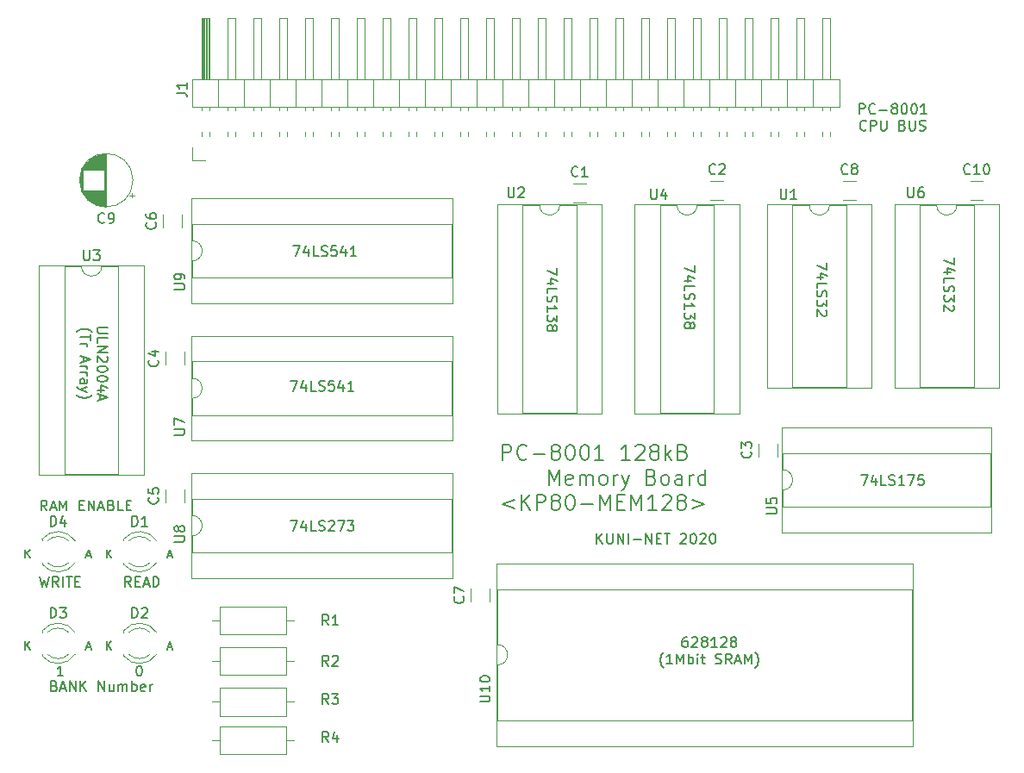
<source format=gto>
G04 #@! TF.GenerationSoftware,KiCad,Pcbnew,(5.1.4-0-10_14)*
G04 #@! TF.CreationDate,2021-02-18T19:38:46+09:00*
G04 #@! TF.ProjectId,PC8001-MEM,50433830-3031-42d4-9d45-4d2e6b696361,rev?*
G04 #@! TF.SameCoordinates,Original*
G04 #@! TF.FileFunction,Legend,Top*
G04 #@! TF.FilePolarity,Positive*
%FSLAX46Y46*%
G04 Gerber Fmt 4.6, Leading zero omitted, Abs format (unit mm)*
G04 Created by KiCad (PCBNEW (5.1.4-0-10_14)) date 2021-02-18 19:38:46*
%MOMM*%
%LPD*%
G04 APERTURE LIST*
%ADD10C,0.150000*%
%ADD11C,0.200000*%
%ADD12C,0.120000*%
G04 APERTURE END LIST*
D10*
X179714285Y-63227380D02*
X179714285Y-62227380D01*
X180095238Y-62227380D01*
X180190476Y-62275000D01*
X180238095Y-62322619D01*
X180285714Y-62417857D01*
X180285714Y-62560714D01*
X180238095Y-62655952D01*
X180190476Y-62703571D01*
X180095238Y-62751190D01*
X179714285Y-62751190D01*
X181285714Y-63132142D02*
X181238095Y-63179761D01*
X181095238Y-63227380D01*
X181000000Y-63227380D01*
X180857142Y-63179761D01*
X180761904Y-63084523D01*
X180714285Y-62989285D01*
X180666666Y-62798809D01*
X180666666Y-62655952D01*
X180714285Y-62465476D01*
X180761904Y-62370238D01*
X180857142Y-62275000D01*
X181000000Y-62227380D01*
X181095238Y-62227380D01*
X181238095Y-62275000D01*
X181285714Y-62322619D01*
X181714285Y-62846428D02*
X182476190Y-62846428D01*
X183095238Y-62655952D02*
X183000000Y-62608333D01*
X182952380Y-62560714D01*
X182904761Y-62465476D01*
X182904761Y-62417857D01*
X182952380Y-62322619D01*
X183000000Y-62275000D01*
X183095238Y-62227380D01*
X183285714Y-62227380D01*
X183380952Y-62275000D01*
X183428571Y-62322619D01*
X183476190Y-62417857D01*
X183476190Y-62465476D01*
X183428571Y-62560714D01*
X183380952Y-62608333D01*
X183285714Y-62655952D01*
X183095238Y-62655952D01*
X183000000Y-62703571D01*
X182952380Y-62751190D01*
X182904761Y-62846428D01*
X182904761Y-63036904D01*
X182952380Y-63132142D01*
X183000000Y-63179761D01*
X183095238Y-63227380D01*
X183285714Y-63227380D01*
X183380952Y-63179761D01*
X183428571Y-63132142D01*
X183476190Y-63036904D01*
X183476190Y-62846428D01*
X183428571Y-62751190D01*
X183380952Y-62703571D01*
X183285714Y-62655952D01*
X184095238Y-62227380D02*
X184190476Y-62227380D01*
X184285714Y-62275000D01*
X184333333Y-62322619D01*
X184380952Y-62417857D01*
X184428571Y-62608333D01*
X184428571Y-62846428D01*
X184380952Y-63036904D01*
X184333333Y-63132142D01*
X184285714Y-63179761D01*
X184190476Y-63227380D01*
X184095238Y-63227380D01*
X184000000Y-63179761D01*
X183952380Y-63132142D01*
X183904761Y-63036904D01*
X183857142Y-62846428D01*
X183857142Y-62608333D01*
X183904761Y-62417857D01*
X183952380Y-62322619D01*
X184000000Y-62275000D01*
X184095238Y-62227380D01*
X185047619Y-62227380D02*
X185142857Y-62227380D01*
X185238095Y-62275000D01*
X185285714Y-62322619D01*
X185333333Y-62417857D01*
X185380952Y-62608333D01*
X185380952Y-62846428D01*
X185333333Y-63036904D01*
X185285714Y-63132142D01*
X185238095Y-63179761D01*
X185142857Y-63227380D01*
X185047619Y-63227380D01*
X184952380Y-63179761D01*
X184904761Y-63132142D01*
X184857142Y-63036904D01*
X184809523Y-62846428D01*
X184809523Y-62608333D01*
X184857142Y-62417857D01*
X184904761Y-62322619D01*
X184952380Y-62275000D01*
X185047619Y-62227380D01*
X186333333Y-63227380D02*
X185761904Y-63227380D01*
X186047619Y-63227380D02*
X186047619Y-62227380D01*
X185952380Y-62370238D01*
X185857142Y-62465476D01*
X185761904Y-62513095D01*
X180404761Y-64782142D02*
X180357142Y-64829761D01*
X180214285Y-64877380D01*
X180119047Y-64877380D01*
X179976190Y-64829761D01*
X179880952Y-64734523D01*
X179833333Y-64639285D01*
X179785714Y-64448809D01*
X179785714Y-64305952D01*
X179833333Y-64115476D01*
X179880952Y-64020238D01*
X179976190Y-63925000D01*
X180119047Y-63877380D01*
X180214285Y-63877380D01*
X180357142Y-63925000D01*
X180404761Y-63972619D01*
X180833333Y-64877380D02*
X180833333Y-63877380D01*
X181214285Y-63877380D01*
X181309523Y-63925000D01*
X181357142Y-63972619D01*
X181404761Y-64067857D01*
X181404761Y-64210714D01*
X181357142Y-64305952D01*
X181309523Y-64353571D01*
X181214285Y-64401190D01*
X180833333Y-64401190D01*
X181833333Y-63877380D02*
X181833333Y-64686904D01*
X181880952Y-64782142D01*
X181928571Y-64829761D01*
X182023809Y-64877380D01*
X182214285Y-64877380D01*
X182309523Y-64829761D01*
X182357142Y-64782142D01*
X182404761Y-64686904D01*
X182404761Y-63877380D01*
X183976190Y-64353571D02*
X184119047Y-64401190D01*
X184166666Y-64448809D01*
X184214285Y-64544047D01*
X184214285Y-64686904D01*
X184166666Y-64782142D01*
X184119047Y-64829761D01*
X184023809Y-64877380D01*
X183642857Y-64877380D01*
X183642857Y-63877380D01*
X183976190Y-63877380D01*
X184071428Y-63925000D01*
X184119047Y-63972619D01*
X184166666Y-64067857D01*
X184166666Y-64163095D01*
X184119047Y-64258333D01*
X184071428Y-64305952D01*
X183976190Y-64353571D01*
X183642857Y-64353571D01*
X184642857Y-63877380D02*
X184642857Y-64686904D01*
X184690476Y-64782142D01*
X184738095Y-64829761D01*
X184833333Y-64877380D01*
X185023809Y-64877380D01*
X185119047Y-64829761D01*
X185166666Y-64782142D01*
X185214285Y-64686904D01*
X185214285Y-63877380D01*
X185642857Y-64829761D02*
X185785714Y-64877380D01*
X186023809Y-64877380D01*
X186119047Y-64829761D01*
X186166666Y-64782142D01*
X186214285Y-64686904D01*
X186214285Y-64591666D01*
X186166666Y-64496428D01*
X186119047Y-64448809D01*
X186023809Y-64401190D01*
X185833333Y-64353571D01*
X185738095Y-64305952D01*
X185690476Y-64258333D01*
X185642857Y-64163095D01*
X185642857Y-64067857D01*
X185690476Y-63972619D01*
X185738095Y-63925000D01*
X185833333Y-63877380D01*
X186071428Y-63877380D01*
X186214285Y-63925000D01*
X105790476Y-115861904D02*
X105790476Y-115061904D01*
X106247619Y-115861904D02*
X105904761Y-115404761D01*
X106247619Y-115061904D02*
X105790476Y-115519047D01*
X111809523Y-106633333D02*
X112190476Y-106633333D01*
X111733333Y-106861904D02*
X112000000Y-106061904D01*
X112266666Y-106861904D01*
X111809523Y-115633333D02*
X112190476Y-115633333D01*
X111733333Y-115861904D02*
X112000000Y-115061904D01*
X112266666Y-115861904D01*
X103809523Y-115633333D02*
X104190476Y-115633333D01*
X103733333Y-115861904D02*
X104000000Y-115061904D01*
X104266666Y-115861904D01*
X103809523Y-106633333D02*
X104190476Y-106633333D01*
X103733333Y-106861904D02*
X104000000Y-106061904D01*
X104266666Y-106861904D01*
X105790476Y-106861904D02*
X105790476Y-106061904D01*
X106247619Y-106861904D02*
X105904761Y-106404761D01*
X106247619Y-106061904D02*
X105790476Y-106519047D01*
X97790476Y-115861904D02*
X97790476Y-115061904D01*
X98247619Y-115861904D02*
X97904761Y-115404761D01*
X98247619Y-115061904D02*
X97790476Y-115519047D01*
X97790476Y-106861904D02*
X97790476Y-106061904D01*
X98247619Y-106861904D02*
X97904761Y-106404761D01*
X98247619Y-106061904D02*
X97790476Y-106519047D01*
X105872619Y-84202380D02*
X105063095Y-84202380D01*
X104967857Y-84250000D01*
X104920238Y-84297619D01*
X104872619Y-84392857D01*
X104872619Y-84583333D01*
X104920238Y-84678571D01*
X104967857Y-84726190D01*
X105063095Y-84773809D01*
X105872619Y-84773809D01*
X104872619Y-85726190D02*
X104872619Y-85250000D01*
X105872619Y-85250000D01*
X104872619Y-86059523D02*
X105872619Y-86059523D01*
X104872619Y-86630952D01*
X105872619Y-86630952D01*
X105777380Y-87059523D02*
X105825000Y-87107142D01*
X105872619Y-87202380D01*
X105872619Y-87440476D01*
X105825000Y-87535714D01*
X105777380Y-87583333D01*
X105682142Y-87630952D01*
X105586904Y-87630952D01*
X105444047Y-87583333D01*
X104872619Y-87011904D01*
X104872619Y-87630952D01*
X105872619Y-88250000D02*
X105872619Y-88345238D01*
X105825000Y-88440476D01*
X105777380Y-88488095D01*
X105682142Y-88535714D01*
X105491666Y-88583333D01*
X105253571Y-88583333D01*
X105063095Y-88535714D01*
X104967857Y-88488095D01*
X104920238Y-88440476D01*
X104872619Y-88345238D01*
X104872619Y-88250000D01*
X104920238Y-88154761D01*
X104967857Y-88107142D01*
X105063095Y-88059523D01*
X105253571Y-88011904D01*
X105491666Y-88011904D01*
X105682142Y-88059523D01*
X105777380Y-88107142D01*
X105825000Y-88154761D01*
X105872619Y-88250000D01*
X105872619Y-89202380D02*
X105872619Y-89297619D01*
X105825000Y-89392857D01*
X105777380Y-89440476D01*
X105682142Y-89488095D01*
X105491666Y-89535714D01*
X105253571Y-89535714D01*
X105063095Y-89488095D01*
X104967857Y-89440476D01*
X104920238Y-89392857D01*
X104872619Y-89297619D01*
X104872619Y-89202380D01*
X104920238Y-89107142D01*
X104967857Y-89059523D01*
X105063095Y-89011904D01*
X105253571Y-88964285D01*
X105491666Y-88964285D01*
X105682142Y-89011904D01*
X105777380Y-89059523D01*
X105825000Y-89107142D01*
X105872619Y-89202380D01*
X105539285Y-90392857D02*
X104872619Y-90392857D01*
X105920238Y-90154761D02*
X105205952Y-89916666D01*
X105205952Y-90535714D01*
X105158333Y-90869047D02*
X105158333Y-91345238D01*
X104872619Y-90773809D02*
X105872619Y-91107142D01*
X104872619Y-91440476D01*
X102841666Y-84654761D02*
X102889285Y-84607142D01*
X103032142Y-84511904D01*
X103127380Y-84464285D01*
X103270238Y-84416666D01*
X103508333Y-84369047D01*
X103698809Y-84369047D01*
X103936904Y-84416666D01*
X104079761Y-84464285D01*
X104175000Y-84511904D01*
X104317857Y-84607142D01*
X104365476Y-84654761D01*
X104222619Y-84892857D02*
X104222619Y-85464285D01*
X103222619Y-85178571D02*
X104222619Y-85178571D01*
X103222619Y-85797619D02*
X103889285Y-85797619D01*
X103698809Y-85797619D02*
X103794047Y-85845238D01*
X103841666Y-85892857D01*
X103889285Y-85988095D01*
X103889285Y-86083333D01*
X103508333Y-87130952D02*
X103508333Y-87607142D01*
X103222619Y-87035714D02*
X104222619Y-87369047D01*
X103222619Y-87702380D01*
X103222619Y-88035714D02*
X103889285Y-88035714D01*
X103698809Y-88035714D02*
X103794047Y-88083333D01*
X103841666Y-88130952D01*
X103889285Y-88226190D01*
X103889285Y-88321428D01*
X103222619Y-88654761D02*
X103889285Y-88654761D01*
X103698809Y-88654761D02*
X103794047Y-88702380D01*
X103841666Y-88750000D01*
X103889285Y-88845238D01*
X103889285Y-88940476D01*
X103222619Y-89702380D02*
X103746428Y-89702380D01*
X103841666Y-89654761D01*
X103889285Y-89559523D01*
X103889285Y-89369047D01*
X103841666Y-89273809D01*
X103270238Y-89702380D02*
X103222619Y-89607142D01*
X103222619Y-89369047D01*
X103270238Y-89273809D01*
X103365476Y-89226190D01*
X103460714Y-89226190D01*
X103555952Y-89273809D01*
X103603571Y-89369047D01*
X103603571Y-89607142D01*
X103651190Y-89702380D01*
X103889285Y-90083333D02*
X103222619Y-90321428D01*
X103889285Y-90559523D02*
X103222619Y-90321428D01*
X102984523Y-90226190D01*
X102936904Y-90178571D01*
X102889285Y-90083333D01*
X102841666Y-90845238D02*
X102889285Y-90892857D01*
X103032142Y-90988095D01*
X103127380Y-91035714D01*
X103270238Y-91083333D01*
X103508333Y-91130952D01*
X103698809Y-91130952D01*
X103936904Y-91083333D01*
X104079761Y-91035714D01*
X104175000Y-90988095D01*
X104317857Y-90892857D01*
X104365476Y-90845238D01*
X162809523Y-114627380D02*
X162619047Y-114627380D01*
X162523809Y-114675000D01*
X162476190Y-114722619D01*
X162380952Y-114865476D01*
X162333333Y-115055952D01*
X162333333Y-115436904D01*
X162380952Y-115532142D01*
X162428571Y-115579761D01*
X162523809Y-115627380D01*
X162714285Y-115627380D01*
X162809523Y-115579761D01*
X162857142Y-115532142D01*
X162904761Y-115436904D01*
X162904761Y-115198809D01*
X162857142Y-115103571D01*
X162809523Y-115055952D01*
X162714285Y-115008333D01*
X162523809Y-115008333D01*
X162428571Y-115055952D01*
X162380952Y-115103571D01*
X162333333Y-115198809D01*
X163285714Y-114722619D02*
X163333333Y-114675000D01*
X163428571Y-114627380D01*
X163666666Y-114627380D01*
X163761904Y-114675000D01*
X163809523Y-114722619D01*
X163857142Y-114817857D01*
X163857142Y-114913095D01*
X163809523Y-115055952D01*
X163238095Y-115627380D01*
X163857142Y-115627380D01*
X164428571Y-115055952D02*
X164333333Y-115008333D01*
X164285714Y-114960714D01*
X164238095Y-114865476D01*
X164238095Y-114817857D01*
X164285714Y-114722619D01*
X164333333Y-114675000D01*
X164428571Y-114627380D01*
X164619047Y-114627380D01*
X164714285Y-114675000D01*
X164761904Y-114722619D01*
X164809523Y-114817857D01*
X164809523Y-114865476D01*
X164761904Y-114960714D01*
X164714285Y-115008333D01*
X164619047Y-115055952D01*
X164428571Y-115055952D01*
X164333333Y-115103571D01*
X164285714Y-115151190D01*
X164238095Y-115246428D01*
X164238095Y-115436904D01*
X164285714Y-115532142D01*
X164333333Y-115579761D01*
X164428571Y-115627380D01*
X164619047Y-115627380D01*
X164714285Y-115579761D01*
X164761904Y-115532142D01*
X164809523Y-115436904D01*
X164809523Y-115246428D01*
X164761904Y-115151190D01*
X164714285Y-115103571D01*
X164619047Y-115055952D01*
X165761904Y-115627380D02*
X165190476Y-115627380D01*
X165476190Y-115627380D02*
X165476190Y-114627380D01*
X165380952Y-114770238D01*
X165285714Y-114865476D01*
X165190476Y-114913095D01*
X166142857Y-114722619D02*
X166190476Y-114675000D01*
X166285714Y-114627380D01*
X166523809Y-114627380D01*
X166619047Y-114675000D01*
X166666666Y-114722619D01*
X166714285Y-114817857D01*
X166714285Y-114913095D01*
X166666666Y-115055952D01*
X166095238Y-115627380D01*
X166714285Y-115627380D01*
X167285714Y-115055952D02*
X167190476Y-115008333D01*
X167142857Y-114960714D01*
X167095238Y-114865476D01*
X167095238Y-114817857D01*
X167142857Y-114722619D01*
X167190476Y-114675000D01*
X167285714Y-114627380D01*
X167476190Y-114627380D01*
X167571428Y-114675000D01*
X167619047Y-114722619D01*
X167666666Y-114817857D01*
X167666666Y-114865476D01*
X167619047Y-114960714D01*
X167571428Y-115008333D01*
X167476190Y-115055952D01*
X167285714Y-115055952D01*
X167190476Y-115103571D01*
X167142857Y-115151190D01*
X167095238Y-115246428D01*
X167095238Y-115436904D01*
X167142857Y-115532142D01*
X167190476Y-115579761D01*
X167285714Y-115627380D01*
X167476190Y-115627380D01*
X167571428Y-115579761D01*
X167619047Y-115532142D01*
X167666666Y-115436904D01*
X167666666Y-115246428D01*
X167619047Y-115151190D01*
X167571428Y-115103571D01*
X167476190Y-115055952D01*
X160476190Y-117658333D02*
X160428571Y-117610714D01*
X160333333Y-117467857D01*
X160285714Y-117372619D01*
X160238095Y-117229761D01*
X160190476Y-116991666D01*
X160190476Y-116801190D01*
X160238095Y-116563095D01*
X160285714Y-116420238D01*
X160333333Y-116325000D01*
X160428571Y-116182142D01*
X160476190Y-116134523D01*
X161380952Y-117277380D02*
X160809523Y-117277380D01*
X161095238Y-117277380D02*
X161095238Y-116277380D01*
X161000000Y-116420238D01*
X160904761Y-116515476D01*
X160809523Y-116563095D01*
X161809523Y-117277380D02*
X161809523Y-116277380D01*
X162142857Y-116991666D01*
X162476190Y-116277380D01*
X162476190Y-117277380D01*
X162952380Y-117277380D02*
X162952380Y-116277380D01*
X162952380Y-116658333D02*
X163047619Y-116610714D01*
X163238095Y-116610714D01*
X163333333Y-116658333D01*
X163380952Y-116705952D01*
X163428571Y-116801190D01*
X163428571Y-117086904D01*
X163380952Y-117182142D01*
X163333333Y-117229761D01*
X163238095Y-117277380D01*
X163047619Y-117277380D01*
X162952380Y-117229761D01*
X163857142Y-117277380D02*
X163857142Y-116610714D01*
X163857142Y-116277380D02*
X163809523Y-116325000D01*
X163857142Y-116372619D01*
X163904761Y-116325000D01*
X163857142Y-116277380D01*
X163857142Y-116372619D01*
X164190476Y-116610714D02*
X164571428Y-116610714D01*
X164333333Y-116277380D02*
X164333333Y-117134523D01*
X164380952Y-117229761D01*
X164476190Y-117277380D01*
X164571428Y-117277380D01*
X165619047Y-117229761D02*
X165761904Y-117277380D01*
X166000000Y-117277380D01*
X166095238Y-117229761D01*
X166142857Y-117182142D01*
X166190476Y-117086904D01*
X166190476Y-116991666D01*
X166142857Y-116896428D01*
X166095238Y-116848809D01*
X166000000Y-116801190D01*
X165809523Y-116753571D01*
X165714285Y-116705952D01*
X165666666Y-116658333D01*
X165619047Y-116563095D01*
X165619047Y-116467857D01*
X165666666Y-116372619D01*
X165714285Y-116325000D01*
X165809523Y-116277380D01*
X166047619Y-116277380D01*
X166190476Y-116325000D01*
X167190476Y-117277380D02*
X166857142Y-116801190D01*
X166619047Y-117277380D02*
X166619047Y-116277380D01*
X167000000Y-116277380D01*
X167095238Y-116325000D01*
X167142857Y-116372619D01*
X167190476Y-116467857D01*
X167190476Y-116610714D01*
X167142857Y-116705952D01*
X167095238Y-116753571D01*
X167000000Y-116801190D01*
X166619047Y-116801190D01*
X167571428Y-116991666D02*
X168047619Y-116991666D01*
X167476190Y-117277380D02*
X167809523Y-116277380D01*
X168142857Y-117277380D01*
X168476190Y-117277380D02*
X168476190Y-116277380D01*
X168809523Y-116991666D01*
X169142857Y-116277380D01*
X169142857Y-117277380D01*
X169523809Y-117658333D02*
X169571428Y-117610714D01*
X169666666Y-117467857D01*
X169714285Y-117372619D01*
X169761904Y-117229761D01*
X169809523Y-116991666D01*
X169809523Y-116801190D01*
X169761904Y-116563095D01*
X169714285Y-116420238D01*
X169666666Y-116325000D01*
X169571428Y-116182142D01*
X169523809Y-116134523D01*
X179880952Y-98702380D02*
X180547619Y-98702380D01*
X180119047Y-99702380D01*
X181357142Y-99035714D02*
X181357142Y-99702380D01*
X181119047Y-98654761D02*
X180880952Y-99369047D01*
X181500000Y-99369047D01*
X182357142Y-99702380D02*
X181880952Y-99702380D01*
X181880952Y-98702380D01*
X182642857Y-99654761D02*
X182785714Y-99702380D01*
X183023809Y-99702380D01*
X183119047Y-99654761D01*
X183166666Y-99607142D01*
X183214285Y-99511904D01*
X183214285Y-99416666D01*
X183166666Y-99321428D01*
X183119047Y-99273809D01*
X183023809Y-99226190D01*
X182833333Y-99178571D01*
X182738095Y-99130952D01*
X182690476Y-99083333D01*
X182642857Y-98988095D01*
X182642857Y-98892857D01*
X182690476Y-98797619D01*
X182738095Y-98750000D01*
X182833333Y-98702380D01*
X183071428Y-98702380D01*
X183214285Y-98750000D01*
X184166666Y-99702380D02*
X183595238Y-99702380D01*
X183880952Y-99702380D02*
X183880952Y-98702380D01*
X183785714Y-98845238D01*
X183690476Y-98940476D01*
X183595238Y-98988095D01*
X184500000Y-98702380D02*
X185166666Y-98702380D01*
X184738095Y-99702380D01*
X186023809Y-98702380D02*
X185547619Y-98702380D01*
X185500000Y-99178571D01*
X185547619Y-99130952D01*
X185642857Y-99083333D01*
X185880952Y-99083333D01*
X185976190Y-99130952D01*
X186023809Y-99178571D01*
X186071428Y-99273809D01*
X186071428Y-99511904D01*
X186023809Y-99607142D01*
X185976190Y-99654761D01*
X185880952Y-99702380D01*
X185642857Y-99702380D01*
X185547619Y-99654761D01*
X185500000Y-99607142D01*
X189047619Y-77357142D02*
X189047619Y-78023809D01*
X188047619Y-77595238D01*
X188714285Y-78833333D02*
X188047619Y-78833333D01*
X189095238Y-78595238D02*
X188380952Y-78357142D01*
X188380952Y-78976190D01*
X188047619Y-79833333D02*
X188047619Y-79357142D01*
X189047619Y-79357142D01*
X188095238Y-80119047D02*
X188047619Y-80261904D01*
X188047619Y-80500000D01*
X188095238Y-80595238D01*
X188142857Y-80642857D01*
X188238095Y-80690476D01*
X188333333Y-80690476D01*
X188428571Y-80642857D01*
X188476190Y-80595238D01*
X188523809Y-80500000D01*
X188571428Y-80309523D01*
X188619047Y-80214285D01*
X188666666Y-80166666D01*
X188761904Y-80119047D01*
X188857142Y-80119047D01*
X188952380Y-80166666D01*
X189000000Y-80214285D01*
X189047619Y-80309523D01*
X189047619Y-80547619D01*
X189000000Y-80690476D01*
X189047619Y-81023809D02*
X189047619Y-81642857D01*
X188666666Y-81309523D01*
X188666666Y-81452380D01*
X188619047Y-81547619D01*
X188571428Y-81595238D01*
X188476190Y-81642857D01*
X188238095Y-81642857D01*
X188142857Y-81595238D01*
X188095238Y-81547619D01*
X188047619Y-81452380D01*
X188047619Y-81166666D01*
X188095238Y-81071428D01*
X188142857Y-81023809D01*
X188952380Y-82023809D02*
X189000000Y-82071428D01*
X189047619Y-82166666D01*
X189047619Y-82404761D01*
X189000000Y-82500000D01*
X188952380Y-82547619D01*
X188857142Y-82595238D01*
X188761904Y-82595238D01*
X188619047Y-82547619D01*
X188047619Y-81976190D01*
X188047619Y-82595238D01*
X176547619Y-77857142D02*
X176547619Y-78523809D01*
X175547619Y-78095238D01*
X176214285Y-79333333D02*
X175547619Y-79333333D01*
X176595238Y-79095238D02*
X175880952Y-78857142D01*
X175880952Y-79476190D01*
X175547619Y-80333333D02*
X175547619Y-79857142D01*
X176547619Y-79857142D01*
X175595238Y-80619047D02*
X175547619Y-80761904D01*
X175547619Y-81000000D01*
X175595238Y-81095238D01*
X175642857Y-81142857D01*
X175738095Y-81190476D01*
X175833333Y-81190476D01*
X175928571Y-81142857D01*
X175976190Y-81095238D01*
X176023809Y-81000000D01*
X176071428Y-80809523D01*
X176119047Y-80714285D01*
X176166666Y-80666666D01*
X176261904Y-80619047D01*
X176357142Y-80619047D01*
X176452380Y-80666666D01*
X176500000Y-80714285D01*
X176547619Y-80809523D01*
X176547619Y-81047619D01*
X176500000Y-81190476D01*
X176547619Y-81523809D02*
X176547619Y-82142857D01*
X176166666Y-81809523D01*
X176166666Y-81952380D01*
X176119047Y-82047619D01*
X176071428Y-82095238D01*
X175976190Y-82142857D01*
X175738095Y-82142857D01*
X175642857Y-82095238D01*
X175595238Y-82047619D01*
X175547619Y-81952380D01*
X175547619Y-81666666D01*
X175595238Y-81571428D01*
X175642857Y-81523809D01*
X176452380Y-82523809D02*
X176500000Y-82571428D01*
X176547619Y-82666666D01*
X176547619Y-82904761D01*
X176500000Y-83000000D01*
X176452380Y-83047619D01*
X176357142Y-83095238D01*
X176261904Y-83095238D01*
X176119047Y-83047619D01*
X175547619Y-82476190D01*
X175547619Y-83095238D01*
X163547619Y-78130952D02*
X163547619Y-78797619D01*
X162547619Y-78369047D01*
X163214285Y-79607142D02*
X162547619Y-79607142D01*
X163595238Y-79369047D02*
X162880952Y-79130952D01*
X162880952Y-79750000D01*
X162547619Y-80607142D02*
X162547619Y-80130952D01*
X163547619Y-80130952D01*
X162595238Y-80892857D02*
X162547619Y-81035714D01*
X162547619Y-81273809D01*
X162595238Y-81369047D01*
X162642857Y-81416666D01*
X162738095Y-81464285D01*
X162833333Y-81464285D01*
X162928571Y-81416666D01*
X162976190Y-81369047D01*
X163023809Y-81273809D01*
X163071428Y-81083333D01*
X163119047Y-80988095D01*
X163166666Y-80940476D01*
X163261904Y-80892857D01*
X163357142Y-80892857D01*
X163452380Y-80940476D01*
X163500000Y-80988095D01*
X163547619Y-81083333D01*
X163547619Y-81321428D01*
X163500000Y-81464285D01*
X162547619Y-82416666D02*
X162547619Y-81845238D01*
X162547619Y-82130952D02*
X163547619Y-82130952D01*
X163404761Y-82035714D01*
X163309523Y-81940476D01*
X163261904Y-81845238D01*
X163547619Y-82750000D02*
X163547619Y-83369047D01*
X163166666Y-83035714D01*
X163166666Y-83178571D01*
X163119047Y-83273809D01*
X163071428Y-83321428D01*
X162976190Y-83369047D01*
X162738095Y-83369047D01*
X162642857Y-83321428D01*
X162595238Y-83273809D01*
X162547619Y-83178571D01*
X162547619Y-82892857D01*
X162595238Y-82797619D01*
X162642857Y-82750000D01*
X163119047Y-83940476D02*
X163166666Y-83845238D01*
X163214285Y-83797619D01*
X163309523Y-83750000D01*
X163357142Y-83750000D01*
X163452380Y-83797619D01*
X163500000Y-83845238D01*
X163547619Y-83940476D01*
X163547619Y-84130952D01*
X163500000Y-84226190D01*
X163452380Y-84273809D01*
X163357142Y-84321428D01*
X163309523Y-84321428D01*
X163214285Y-84273809D01*
X163166666Y-84226190D01*
X163119047Y-84130952D01*
X163119047Y-83940476D01*
X163071428Y-83845238D01*
X163023809Y-83797619D01*
X162928571Y-83750000D01*
X162738095Y-83750000D01*
X162642857Y-83797619D01*
X162595238Y-83845238D01*
X162547619Y-83940476D01*
X162547619Y-84130952D01*
X162595238Y-84226190D01*
X162642857Y-84273809D01*
X162738095Y-84321428D01*
X162928571Y-84321428D01*
X163023809Y-84273809D01*
X163071428Y-84226190D01*
X163119047Y-84130952D01*
X150047619Y-78380952D02*
X150047619Y-79047619D01*
X149047619Y-78619047D01*
X149714285Y-79857142D02*
X149047619Y-79857142D01*
X150095238Y-79619047D02*
X149380952Y-79380952D01*
X149380952Y-80000000D01*
X149047619Y-80857142D02*
X149047619Y-80380952D01*
X150047619Y-80380952D01*
X149095238Y-81142857D02*
X149047619Y-81285714D01*
X149047619Y-81523809D01*
X149095238Y-81619047D01*
X149142857Y-81666666D01*
X149238095Y-81714285D01*
X149333333Y-81714285D01*
X149428571Y-81666666D01*
X149476190Y-81619047D01*
X149523809Y-81523809D01*
X149571428Y-81333333D01*
X149619047Y-81238095D01*
X149666666Y-81190476D01*
X149761904Y-81142857D01*
X149857142Y-81142857D01*
X149952380Y-81190476D01*
X150000000Y-81238095D01*
X150047619Y-81333333D01*
X150047619Y-81571428D01*
X150000000Y-81714285D01*
X149047619Y-82666666D02*
X149047619Y-82095238D01*
X149047619Y-82380952D02*
X150047619Y-82380952D01*
X149904761Y-82285714D01*
X149809523Y-82190476D01*
X149761904Y-82095238D01*
X150047619Y-83000000D02*
X150047619Y-83619047D01*
X149666666Y-83285714D01*
X149666666Y-83428571D01*
X149619047Y-83523809D01*
X149571428Y-83571428D01*
X149476190Y-83619047D01*
X149238095Y-83619047D01*
X149142857Y-83571428D01*
X149095238Y-83523809D01*
X149047619Y-83428571D01*
X149047619Y-83142857D01*
X149095238Y-83047619D01*
X149142857Y-83000000D01*
X149619047Y-84190476D02*
X149666666Y-84095238D01*
X149714285Y-84047619D01*
X149809523Y-84000000D01*
X149857142Y-84000000D01*
X149952380Y-84047619D01*
X150000000Y-84095238D01*
X150047619Y-84190476D01*
X150047619Y-84380952D01*
X150000000Y-84476190D01*
X149952380Y-84523809D01*
X149857142Y-84571428D01*
X149809523Y-84571428D01*
X149714285Y-84523809D01*
X149666666Y-84476190D01*
X149619047Y-84380952D01*
X149619047Y-84190476D01*
X149571428Y-84095238D01*
X149523809Y-84047619D01*
X149428571Y-84000000D01*
X149238095Y-84000000D01*
X149142857Y-84047619D01*
X149095238Y-84095238D01*
X149047619Y-84190476D01*
X149047619Y-84380952D01*
X149095238Y-84476190D01*
X149142857Y-84523809D01*
X149238095Y-84571428D01*
X149428571Y-84571428D01*
X149523809Y-84523809D01*
X149571428Y-84476190D01*
X149619047Y-84380952D01*
X123880952Y-103202380D02*
X124547619Y-103202380D01*
X124119047Y-104202380D01*
X125357142Y-103535714D02*
X125357142Y-104202380D01*
X125119047Y-103154761D02*
X124880952Y-103869047D01*
X125500000Y-103869047D01*
X126357142Y-104202380D02*
X125880952Y-104202380D01*
X125880952Y-103202380D01*
X126642857Y-104154761D02*
X126785714Y-104202380D01*
X127023809Y-104202380D01*
X127119047Y-104154761D01*
X127166666Y-104107142D01*
X127214285Y-104011904D01*
X127214285Y-103916666D01*
X127166666Y-103821428D01*
X127119047Y-103773809D01*
X127023809Y-103726190D01*
X126833333Y-103678571D01*
X126738095Y-103630952D01*
X126690476Y-103583333D01*
X126642857Y-103488095D01*
X126642857Y-103392857D01*
X126690476Y-103297619D01*
X126738095Y-103250000D01*
X126833333Y-103202380D01*
X127071428Y-103202380D01*
X127214285Y-103250000D01*
X127595238Y-103297619D02*
X127642857Y-103250000D01*
X127738095Y-103202380D01*
X127976190Y-103202380D01*
X128071428Y-103250000D01*
X128119047Y-103297619D01*
X128166666Y-103392857D01*
X128166666Y-103488095D01*
X128119047Y-103630952D01*
X127547619Y-104202380D01*
X128166666Y-104202380D01*
X128500000Y-103202380D02*
X129166666Y-103202380D01*
X128738095Y-104202380D01*
X129452380Y-103202380D02*
X130071428Y-103202380D01*
X129738095Y-103583333D01*
X129880952Y-103583333D01*
X129976190Y-103630952D01*
X130023809Y-103678571D01*
X130071428Y-103773809D01*
X130071428Y-104011904D01*
X130023809Y-104107142D01*
X129976190Y-104154761D01*
X129880952Y-104202380D01*
X129595238Y-104202380D01*
X129500000Y-104154761D01*
X129452380Y-104107142D01*
X123880952Y-89452380D02*
X124547619Y-89452380D01*
X124119047Y-90452380D01*
X125357142Y-89785714D02*
X125357142Y-90452380D01*
X125119047Y-89404761D02*
X124880952Y-90119047D01*
X125500000Y-90119047D01*
X126357142Y-90452380D02*
X125880952Y-90452380D01*
X125880952Y-89452380D01*
X126642857Y-90404761D02*
X126785714Y-90452380D01*
X127023809Y-90452380D01*
X127119047Y-90404761D01*
X127166666Y-90357142D01*
X127214285Y-90261904D01*
X127214285Y-90166666D01*
X127166666Y-90071428D01*
X127119047Y-90023809D01*
X127023809Y-89976190D01*
X126833333Y-89928571D01*
X126738095Y-89880952D01*
X126690476Y-89833333D01*
X126642857Y-89738095D01*
X126642857Y-89642857D01*
X126690476Y-89547619D01*
X126738095Y-89500000D01*
X126833333Y-89452380D01*
X127071428Y-89452380D01*
X127214285Y-89500000D01*
X128119047Y-89452380D02*
X127642857Y-89452380D01*
X127595238Y-89928571D01*
X127642857Y-89880952D01*
X127738095Y-89833333D01*
X127976190Y-89833333D01*
X128071428Y-89880952D01*
X128119047Y-89928571D01*
X128166666Y-90023809D01*
X128166666Y-90261904D01*
X128119047Y-90357142D01*
X128071428Y-90404761D01*
X127976190Y-90452380D01*
X127738095Y-90452380D01*
X127642857Y-90404761D01*
X127595238Y-90357142D01*
X129023809Y-89785714D02*
X129023809Y-90452380D01*
X128785714Y-89404761D02*
X128547619Y-90119047D01*
X129166666Y-90119047D01*
X130071428Y-90452380D02*
X129500000Y-90452380D01*
X129785714Y-90452380D02*
X129785714Y-89452380D01*
X129690476Y-89595238D01*
X129595238Y-89690476D01*
X129500000Y-89738095D01*
X124130952Y-76202380D02*
X124797619Y-76202380D01*
X124369047Y-77202380D01*
X125607142Y-76535714D02*
X125607142Y-77202380D01*
X125369047Y-76154761D02*
X125130952Y-76869047D01*
X125750000Y-76869047D01*
X126607142Y-77202380D02*
X126130952Y-77202380D01*
X126130952Y-76202380D01*
X126892857Y-77154761D02*
X127035714Y-77202380D01*
X127273809Y-77202380D01*
X127369047Y-77154761D01*
X127416666Y-77107142D01*
X127464285Y-77011904D01*
X127464285Y-76916666D01*
X127416666Y-76821428D01*
X127369047Y-76773809D01*
X127273809Y-76726190D01*
X127083333Y-76678571D01*
X126988095Y-76630952D01*
X126940476Y-76583333D01*
X126892857Y-76488095D01*
X126892857Y-76392857D01*
X126940476Y-76297619D01*
X126988095Y-76250000D01*
X127083333Y-76202380D01*
X127321428Y-76202380D01*
X127464285Y-76250000D01*
X128369047Y-76202380D02*
X127892857Y-76202380D01*
X127845238Y-76678571D01*
X127892857Y-76630952D01*
X127988095Y-76583333D01*
X128226190Y-76583333D01*
X128321428Y-76630952D01*
X128369047Y-76678571D01*
X128416666Y-76773809D01*
X128416666Y-77011904D01*
X128369047Y-77107142D01*
X128321428Y-77154761D01*
X128226190Y-77202380D01*
X127988095Y-77202380D01*
X127892857Y-77154761D01*
X127845238Y-77107142D01*
X129273809Y-76535714D02*
X129273809Y-77202380D01*
X129035714Y-76154761D02*
X128797619Y-76869047D01*
X129416666Y-76869047D01*
X130321428Y-77202380D02*
X129750000Y-77202380D01*
X130035714Y-77202380D02*
X130035714Y-76202380D01*
X129940476Y-76345238D01*
X129845238Y-76440476D01*
X129750000Y-76488095D01*
D11*
X144687142Y-97228571D02*
X144687142Y-95728571D01*
X145258571Y-95728571D01*
X145401428Y-95800000D01*
X145472857Y-95871428D01*
X145544285Y-96014285D01*
X145544285Y-96228571D01*
X145472857Y-96371428D01*
X145401428Y-96442857D01*
X145258571Y-96514285D01*
X144687142Y-96514285D01*
X147044285Y-97085714D02*
X146972857Y-97157142D01*
X146758571Y-97228571D01*
X146615714Y-97228571D01*
X146401428Y-97157142D01*
X146258571Y-97014285D01*
X146187142Y-96871428D01*
X146115714Y-96585714D01*
X146115714Y-96371428D01*
X146187142Y-96085714D01*
X146258571Y-95942857D01*
X146401428Y-95800000D01*
X146615714Y-95728571D01*
X146758571Y-95728571D01*
X146972857Y-95800000D01*
X147044285Y-95871428D01*
X147687142Y-96657142D02*
X148830000Y-96657142D01*
X149758571Y-96371428D02*
X149615714Y-96300000D01*
X149544285Y-96228571D01*
X149472857Y-96085714D01*
X149472857Y-96014285D01*
X149544285Y-95871428D01*
X149615714Y-95800000D01*
X149758571Y-95728571D01*
X150044285Y-95728571D01*
X150187142Y-95800000D01*
X150258571Y-95871428D01*
X150330000Y-96014285D01*
X150330000Y-96085714D01*
X150258571Y-96228571D01*
X150187142Y-96300000D01*
X150044285Y-96371428D01*
X149758571Y-96371428D01*
X149615714Y-96442857D01*
X149544285Y-96514285D01*
X149472857Y-96657142D01*
X149472857Y-96942857D01*
X149544285Y-97085714D01*
X149615714Y-97157142D01*
X149758571Y-97228571D01*
X150044285Y-97228571D01*
X150187142Y-97157142D01*
X150258571Y-97085714D01*
X150330000Y-96942857D01*
X150330000Y-96657142D01*
X150258571Y-96514285D01*
X150187142Y-96442857D01*
X150044285Y-96371428D01*
X151258571Y-95728571D02*
X151401428Y-95728571D01*
X151544285Y-95800000D01*
X151615714Y-95871428D01*
X151687142Y-96014285D01*
X151758571Y-96300000D01*
X151758571Y-96657142D01*
X151687142Y-96942857D01*
X151615714Y-97085714D01*
X151544285Y-97157142D01*
X151401428Y-97228571D01*
X151258571Y-97228571D01*
X151115714Y-97157142D01*
X151044285Y-97085714D01*
X150972857Y-96942857D01*
X150901428Y-96657142D01*
X150901428Y-96300000D01*
X150972857Y-96014285D01*
X151044285Y-95871428D01*
X151115714Y-95800000D01*
X151258571Y-95728571D01*
X152687142Y-95728571D02*
X152830000Y-95728571D01*
X152972857Y-95800000D01*
X153044285Y-95871428D01*
X153115714Y-96014285D01*
X153187142Y-96300000D01*
X153187142Y-96657142D01*
X153115714Y-96942857D01*
X153044285Y-97085714D01*
X152972857Y-97157142D01*
X152830000Y-97228571D01*
X152687142Y-97228571D01*
X152544285Y-97157142D01*
X152472857Y-97085714D01*
X152401428Y-96942857D01*
X152330000Y-96657142D01*
X152330000Y-96300000D01*
X152401428Y-96014285D01*
X152472857Y-95871428D01*
X152544285Y-95800000D01*
X152687142Y-95728571D01*
X154615714Y-97228571D02*
X153758571Y-97228571D01*
X154187142Y-97228571D02*
X154187142Y-95728571D01*
X154044285Y-95942857D01*
X153901428Y-96085714D01*
X153758571Y-96157142D01*
X157187142Y-97228571D02*
X156330000Y-97228571D01*
X156758571Y-97228571D02*
X156758571Y-95728571D01*
X156615714Y-95942857D01*
X156472857Y-96085714D01*
X156330000Y-96157142D01*
X157758571Y-95871428D02*
X157830000Y-95800000D01*
X157972857Y-95728571D01*
X158330000Y-95728571D01*
X158472857Y-95800000D01*
X158544285Y-95871428D01*
X158615714Y-96014285D01*
X158615714Y-96157142D01*
X158544285Y-96371428D01*
X157687142Y-97228571D01*
X158615714Y-97228571D01*
X159472857Y-96371428D02*
X159330000Y-96300000D01*
X159258571Y-96228571D01*
X159187142Y-96085714D01*
X159187142Y-96014285D01*
X159258571Y-95871428D01*
X159330000Y-95800000D01*
X159472857Y-95728571D01*
X159758571Y-95728571D01*
X159901428Y-95800000D01*
X159972857Y-95871428D01*
X160044285Y-96014285D01*
X160044285Y-96085714D01*
X159972857Y-96228571D01*
X159901428Y-96300000D01*
X159758571Y-96371428D01*
X159472857Y-96371428D01*
X159330000Y-96442857D01*
X159258571Y-96514285D01*
X159187142Y-96657142D01*
X159187142Y-96942857D01*
X159258571Y-97085714D01*
X159330000Y-97157142D01*
X159472857Y-97228571D01*
X159758571Y-97228571D01*
X159901428Y-97157142D01*
X159972857Y-97085714D01*
X160044285Y-96942857D01*
X160044285Y-96657142D01*
X159972857Y-96514285D01*
X159901428Y-96442857D01*
X159758571Y-96371428D01*
X160687142Y-97228571D02*
X160687142Y-95728571D01*
X160830000Y-96657142D02*
X161258571Y-97228571D01*
X161258571Y-96228571D02*
X160687142Y-96800000D01*
X162401428Y-96442857D02*
X162615714Y-96514285D01*
X162687142Y-96585714D01*
X162758571Y-96728571D01*
X162758571Y-96942857D01*
X162687142Y-97085714D01*
X162615714Y-97157142D01*
X162472857Y-97228571D01*
X161901428Y-97228571D01*
X161901428Y-95728571D01*
X162401428Y-95728571D01*
X162544285Y-95800000D01*
X162615714Y-95871428D01*
X162687142Y-96014285D01*
X162687142Y-96157142D01*
X162615714Y-96300000D01*
X162544285Y-96371428D01*
X162401428Y-96442857D01*
X161901428Y-96442857D01*
X149258571Y-99678571D02*
X149258571Y-98178571D01*
X149758571Y-99250000D01*
X150258571Y-98178571D01*
X150258571Y-99678571D01*
X151544285Y-99607142D02*
X151401428Y-99678571D01*
X151115714Y-99678571D01*
X150972857Y-99607142D01*
X150901428Y-99464285D01*
X150901428Y-98892857D01*
X150972857Y-98750000D01*
X151115714Y-98678571D01*
X151401428Y-98678571D01*
X151544285Y-98750000D01*
X151615714Y-98892857D01*
X151615714Y-99035714D01*
X150901428Y-99178571D01*
X152258571Y-99678571D02*
X152258571Y-98678571D01*
X152258571Y-98821428D02*
X152330000Y-98750000D01*
X152472857Y-98678571D01*
X152687142Y-98678571D01*
X152830000Y-98750000D01*
X152901428Y-98892857D01*
X152901428Y-99678571D01*
X152901428Y-98892857D02*
X152972857Y-98750000D01*
X153115714Y-98678571D01*
X153330000Y-98678571D01*
X153472857Y-98750000D01*
X153544285Y-98892857D01*
X153544285Y-99678571D01*
X154472857Y-99678571D02*
X154330000Y-99607142D01*
X154258571Y-99535714D01*
X154187142Y-99392857D01*
X154187142Y-98964285D01*
X154258571Y-98821428D01*
X154330000Y-98750000D01*
X154472857Y-98678571D01*
X154687142Y-98678571D01*
X154830000Y-98750000D01*
X154901428Y-98821428D01*
X154972857Y-98964285D01*
X154972857Y-99392857D01*
X154901428Y-99535714D01*
X154830000Y-99607142D01*
X154687142Y-99678571D01*
X154472857Y-99678571D01*
X155615714Y-99678571D02*
X155615714Y-98678571D01*
X155615714Y-98964285D02*
X155687142Y-98821428D01*
X155758571Y-98750000D01*
X155901428Y-98678571D01*
X156044285Y-98678571D01*
X156401428Y-98678571D02*
X156758571Y-99678571D01*
X157115714Y-98678571D02*
X156758571Y-99678571D01*
X156615714Y-100035714D01*
X156544285Y-100107142D01*
X156401428Y-100178571D01*
X159330000Y-98892857D02*
X159544285Y-98964285D01*
X159615714Y-99035714D01*
X159687142Y-99178571D01*
X159687142Y-99392857D01*
X159615714Y-99535714D01*
X159544285Y-99607142D01*
X159401428Y-99678571D01*
X158830000Y-99678571D01*
X158830000Y-98178571D01*
X159330000Y-98178571D01*
X159472857Y-98250000D01*
X159544285Y-98321428D01*
X159615714Y-98464285D01*
X159615714Y-98607142D01*
X159544285Y-98750000D01*
X159472857Y-98821428D01*
X159330000Y-98892857D01*
X158830000Y-98892857D01*
X160544285Y-99678571D02*
X160401428Y-99607142D01*
X160330000Y-99535714D01*
X160258571Y-99392857D01*
X160258571Y-98964285D01*
X160330000Y-98821428D01*
X160401428Y-98750000D01*
X160544285Y-98678571D01*
X160758571Y-98678571D01*
X160901428Y-98750000D01*
X160972857Y-98821428D01*
X161044285Y-98964285D01*
X161044285Y-99392857D01*
X160972857Y-99535714D01*
X160901428Y-99607142D01*
X160758571Y-99678571D01*
X160544285Y-99678571D01*
X162330000Y-99678571D02*
X162330000Y-98892857D01*
X162258571Y-98750000D01*
X162115714Y-98678571D01*
X161830000Y-98678571D01*
X161687142Y-98750000D01*
X162330000Y-99607142D02*
X162187142Y-99678571D01*
X161830000Y-99678571D01*
X161687142Y-99607142D01*
X161615714Y-99464285D01*
X161615714Y-99321428D01*
X161687142Y-99178571D01*
X161830000Y-99107142D01*
X162187142Y-99107142D01*
X162330000Y-99035714D01*
X163044285Y-99678571D02*
X163044285Y-98678571D01*
X163044285Y-98964285D02*
X163115714Y-98821428D01*
X163187142Y-98750000D01*
X163330000Y-98678571D01*
X163472857Y-98678571D01*
X164615714Y-99678571D02*
X164615714Y-98178571D01*
X164615714Y-99607142D02*
X164472857Y-99678571D01*
X164187142Y-99678571D01*
X164044285Y-99607142D01*
X163972857Y-99535714D01*
X163901428Y-99392857D01*
X163901428Y-98964285D01*
X163972857Y-98821428D01*
X164044285Y-98750000D01*
X164187142Y-98678571D01*
X164472857Y-98678571D01*
X164615714Y-98750000D01*
X145830000Y-101128571D02*
X144687142Y-101557142D01*
X145830000Y-101985714D01*
X146544285Y-102128571D02*
X146544285Y-100628571D01*
X147401428Y-102128571D02*
X146758571Y-101271428D01*
X147401428Y-100628571D02*
X146544285Y-101485714D01*
X148044285Y-102128571D02*
X148044285Y-100628571D01*
X148615714Y-100628571D01*
X148758571Y-100700000D01*
X148830000Y-100771428D01*
X148901428Y-100914285D01*
X148901428Y-101128571D01*
X148830000Y-101271428D01*
X148758571Y-101342857D01*
X148615714Y-101414285D01*
X148044285Y-101414285D01*
X149758571Y-101271428D02*
X149615714Y-101200000D01*
X149544285Y-101128571D01*
X149472857Y-100985714D01*
X149472857Y-100914285D01*
X149544285Y-100771428D01*
X149615714Y-100700000D01*
X149758571Y-100628571D01*
X150044285Y-100628571D01*
X150187142Y-100700000D01*
X150258571Y-100771428D01*
X150330000Y-100914285D01*
X150330000Y-100985714D01*
X150258571Y-101128571D01*
X150187142Y-101200000D01*
X150044285Y-101271428D01*
X149758571Y-101271428D01*
X149615714Y-101342857D01*
X149544285Y-101414285D01*
X149472857Y-101557142D01*
X149472857Y-101842857D01*
X149544285Y-101985714D01*
X149615714Y-102057142D01*
X149758571Y-102128571D01*
X150044285Y-102128571D01*
X150187142Y-102057142D01*
X150258571Y-101985714D01*
X150330000Y-101842857D01*
X150330000Y-101557142D01*
X150258571Y-101414285D01*
X150187142Y-101342857D01*
X150044285Y-101271428D01*
X151258571Y-100628571D02*
X151401428Y-100628571D01*
X151544285Y-100700000D01*
X151615714Y-100771428D01*
X151687142Y-100914285D01*
X151758571Y-101200000D01*
X151758571Y-101557142D01*
X151687142Y-101842857D01*
X151615714Y-101985714D01*
X151544285Y-102057142D01*
X151401428Y-102128571D01*
X151258571Y-102128571D01*
X151115714Y-102057142D01*
X151044285Y-101985714D01*
X150972857Y-101842857D01*
X150901428Y-101557142D01*
X150901428Y-101200000D01*
X150972857Y-100914285D01*
X151044285Y-100771428D01*
X151115714Y-100700000D01*
X151258571Y-100628571D01*
X152401428Y-101557142D02*
X153544285Y-101557142D01*
X154258571Y-102128571D02*
X154258571Y-100628571D01*
X154758571Y-101700000D01*
X155258571Y-100628571D01*
X155258571Y-102128571D01*
X155972857Y-101342857D02*
X156472857Y-101342857D01*
X156687142Y-102128571D02*
X155972857Y-102128571D01*
X155972857Y-100628571D01*
X156687142Y-100628571D01*
X157330000Y-102128571D02*
X157330000Y-100628571D01*
X157830000Y-101700000D01*
X158330000Y-100628571D01*
X158330000Y-102128571D01*
X159830000Y-102128571D02*
X158972857Y-102128571D01*
X159401428Y-102128571D02*
X159401428Y-100628571D01*
X159258571Y-100842857D01*
X159115714Y-100985714D01*
X158972857Y-101057142D01*
X160401428Y-100771428D02*
X160472857Y-100700000D01*
X160615714Y-100628571D01*
X160972857Y-100628571D01*
X161115714Y-100700000D01*
X161187142Y-100771428D01*
X161258571Y-100914285D01*
X161258571Y-101057142D01*
X161187142Y-101271428D01*
X160330000Y-102128571D01*
X161258571Y-102128571D01*
X162115714Y-101271428D02*
X161972857Y-101200000D01*
X161901428Y-101128571D01*
X161830000Y-100985714D01*
X161830000Y-100914285D01*
X161901428Y-100771428D01*
X161972857Y-100700000D01*
X162115714Y-100628571D01*
X162401428Y-100628571D01*
X162544285Y-100700000D01*
X162615714Y-100771428D01*
X162687142Y-100914285D01*
X162687142Y-100985714D01*
X162615714Y-101128571D01*
X162544285Y-101200000D01*
X162401428Y-101271428D01*
X162115714Y-101271428D01*
X161972857Y-101342857D01*
X161901428Y-101414285D01*
X161830000Y-101557142D01*
X161830000Y-101842857D01*
X161901428Y-101985714D01*
X161972857Y-102057142D01*
X162115714Y-102128571D01*
X162401428Y-102128571D01*
X162544285Y-102057142D01*
X162615714Y-101985714D01*
X162687142Y-101842857D01*
X162687142Y-101557142D01*
X162615714Y-101414285D01*
X162544285Y-101342857D01*
X162401428Y-101271428D01*
X163330000Y-101128571D02*
X164472857Y-101557142D01*
X163330000Y-101985714D01*
D10*
X153940476Y-105452380D02*
X153940476Y-104452380D01*
X154511904Y-105452380D02*
X154083333Y-104880952D01*
X154511904Y-104452380D02*
X153940476Y-105023809D01*
X154940476Y-104452380D02*
X154940476Y-105261904D01*
X154988095Y-105357142D01*
X155035714Y-105404761D01*
X155130952Y-105452380D01*
X155321428Y-105452380D01*
X155416666Y-105404761D01*
X155464285Y-105357142D01*
X155511904Y-105261904D01*
X155511904Y-104452380D01*
X155988095Y-105452380D02*
X155988095Y-104452380D01*
X156559523Y-105452380D01*
X156559523Y-104452380D01*
X157035714Y-105452380D02*
X157035714Y-104452380D01*
X157511904Y-105071428D02*
X158273809Y-105071428D01*
X158750000Y-105452380D02*
X158750000Y-104452380D01*
X159321428Y-105452380D01*
X159321428Y-104452380D01*
X159797619Y-104928571D02*
X160130952Y-104928571D01*
X160273809Y-105452380D02*
X159797619Y-105452380D01*
X159797619Y-104452380D01*
X160273809Y-104452380D01*
X160559523Y-104452380D02*
X161130952Y-104452380D01*
X160845238Y-105452380D02*
X160845238Y-104452380D01*
X162178571Y-104547619D02*
X162226190Y-104500000D01*
X162321428Y-104452380D01*
X162559523Y-104452380D01*
X162654761Y-104500000D01*
X162702380Y-104547619D01*
X162750000Y-104642857D01*
X162750000Y-104738095D01*
X162702380Y-104880952D01*
X162130952Y-105452380D01*
X162750000Y-105452380D01*
X163369047Y-104452380D02*
X163464285Y-104452380D01*
X163559523Y-104500000D01*
X163607142Y-104547619D01*
X163654761Y-104642857D01*
X163702380Y-104833333D01*
X163702380Y-105071428D01*
X163654761Y-105261904D01*
X163607142Y-105357142D01*
X163559523Y-105404761D01*
X163464285Y-105452380D01*
X163369047Y-105452380D01*
X163273809Y-105404761D01*
X163226190Y-105357142D01*
X163178571Y-105261904D01*
X163130952Y-105071428D01*
X163130952Y-104833333D01*
X163178571Y-104642857D01*
X163226190Y-104547619D01*
X163273809Y-104500000D01*
X163369047Y-104452380D01*
X164083333Y-104547619D02*
X164130952Y-104500000D01*
X164226190Y-104452380D01*
X164464285Y-104452380D01*
X164559523Y-104500000D01*
X164607142Y-104547619D01*
X164654761Y-104642857D01*
X164654761Y-104738095D01*
X164607142Y-104880952D01*
X164035714Y-105452380D01*
X164654761Y-105452380D01*
X165273809Y-104452380D02*
X165369047Y-104452380D01*
X165464285Y-104500000D01*
X165511904Y-104547619D01*
X165559523Y-104642857D01*
X165607142Y-104833333D01*
X165607142Y-105071428D01*
X165559523Y-105261904D01*
X165511904Y-105357142D01*
X165464285Y-105404761D01*
X165369047Y-105452380D01*
X165273809Y-105452380D01*
X165178571Y-105404761D01*
X165130952Y-105357142D01*
X165083333Y-105261904D01*
X165035714Y-105071428D01*
X165035714Y-104833333D01*
X165083333Y-104642857D01*
X165130952Y-104547619D01*
X165178571Y-104500000D01*
X165273809Y-104452380D01*
X101535714Y-118452380D02*
X100964285Y-118452380D01*
X101250000Y-118452380D02*
X101250000Y-117452380D01*
X101154761Y-117595238D01*
X101059523Y-117690476D01*
X100964285Y-117738095D01*
X108952380Y-117452380D02*
X109047619Y-117452380D01*
X109142857Y-117500000D01*
X109190476Y-117547619D01*
X109238095Y-117642857D01*
X109285714Y-117833333D01*
X109285714Y-118071428D01*
X109238095Y-118261904D01*
X109190476Y-118357142D01*
X109142857Y-118404761D01*
X109047619Y-118452380D01*
X108952380Y-118452380D01*
X108857142Y-118404761D01*
X108809523Y-118357142D01*
X108761904Y-118261904D01*
X108714285Y-118071428D01*
X108714285Y-117833333D01*
X108761904Y-117642857D01*
X108809523Y-117547619D01*
X108857142Y-117500000D01*
X108952380Y-117452380D01*
X100654761Y-119428571D02*
X100797619Y-119476190D01*
X100845238Y-119523809D01*
X100892857Y-119619047D01*
X100892857Y-119761904D01*
X100845238Y-119857142D01*
X100797619Y-119904761D01*
X100702380Y-119952380D01*
X100321428Y-119952380D01*
X100321428Y-118952380D01*
X100654761Y-118952380D01*
X100750000Y-119000000D01*
X100797619Y-119047619D01*
X100845238Y-119142857D01*
X100845238Y-119238095D01*
X100797619Y-119333333D01*
X100750000Y-119380952D01*
X100654761Y-119428571D01*
X100321428Y-119428571D01*
X101273809Y-119666666D02*
X101750000Y-119666666D01*
X101178571Y-119952380D02*
X101511904Y-118952380D01*
X101845238Y-119952380D01*
X102178571Y-119952380D02*
X102178571Y-118952380D01*
X102750000Y-119952380D01*
X102750000Y-118952380D01*
X103226190Y-119952380D02*
X103226190Y-118952380D01*
X103797619Y-119952380D02*
X103369047Y-119380952D01*
X103797619Y-118952380D02*
X103226190Y-119523809D01*
X104988095Y-119952380D02*
X104988095Y-118952380D01*
X105559523Y-119952380D01*
X105559523Y-118952380D01*
X106464285Y-119285714D02*
X106464285Y-119952380D01*
X106035714Y-119285714D02*
X106035714Y-119809523D01*
X106083333Y-119904761D01*
X106178571Y-119952380D01*
X106321428Y-119952380D01*
X106416666Y-119904761D01*
X106464285Y-119857142D01*
X106940476Y-119952380D02*
X106940476Y-119285714D01*
X106940476Y-119380952D02*
X106988095Y-119333333D01*
X107083333Y-119285714D01*
X107226190Y-119285714D01*
X107321428Y-119333333D01*
X107369047Y-119428571D01*
X107369047Y-119952380D01*
X107369047Y-119428571D02*
X107416666Y-119333333D01*
X107511904Y-119285714D01*
X107654761Y-119285714D01*
X107750000Y-119333333D01*
X107797619Y-119428571D01*
X107797619Y-119952380D01*
X108273809Y-119952380D02*
X108273809Y-118952380D01*
X108273809Y-119333333D02*
X108369047Y-119285714D01*
X108559523Y-119285714D01*
X108654761Y-119333333D01*
X108702380Y-119380952D01*
X108750000Y-119476190D01*
X108750000Y-119761904D01*
X108702380Y-119857142D01*
X108654761Y-119904761D01*
X108559523Y-119952380D01*
X108369047Y-119952380D01*
X108273809Y-119904761D01*
X109559523Y-119904761D02*
X109464285Y-119952380D01*
X109273809Y-119952380D01*
X109178571Y-119904761D01*
X109130952Y-119809523D01*
X109130952Y-119428571D01*
X109178571Y-119333333D01*
X109273809Y-119285714D01*
X109464285Y-119285714D01*
X109559523Y-119333333D01*
X109607142Y-119428571D01*
X109607142Y-119523809D01*
X109130952Y-119619047D01*
X110035714Y-119952380D02*
X110035714Y-119285714D01*
X110035714Y-119476190D02*
X110083333Y-119380952D01*
X110130952Y-119333333D01*
X110226190Y-119285714D01*
X110321428Y-119285714D01*
X99250000Y-108702380D02*
X99488095Y-109702380D01*
X99678571Y-108988095D01*
X99869047Y-109702380D01*
X100107142Y-108702380D01*
X101059523Y-109702380D02*
X100726190Y-109226190D01*
X100488095Y-109702380D02*
X100488095Y-108702380D01*
X100869047Y-108702380D01*
X100964285Y-108750000D01*
X101011904Y-108797619D01*
X101059523Y-108892857D01*
X101059523Y-109035714D01*
X101011904Y-109130952D01*
X100964285Y-109178571D01*
X100869047Y-109226190D01*
X100488095Y-109226190D01*
X101488095Y-109702380D02*
X101488095Y-108702380D01*
X101821428Y-108702380D02*
X102392857Y-108702380D01*
X102107142Y-109702380D02*
X102107142Y-108702380D01*
X102726190Y-109178571D02*
X103059523Y-109178571D01*
X103202380Y-109702380D02*
X102726190Y-109702380D01*
X102726190Y-108702380D01*
X103202380Y-108702380D01*
X108178571Y-109702380D02*
X107845238Y-109226190D01*
X107607142Y-109702380D02*
X107607142Y-108702380D01*
X107988095Y-108702380D01*
X108083333Y-108750000D01*
X108130952Y-108797619D01*
X108178571Y-108892857D01*
X108178571Y-109035714D01*
X108130952Y-109130952D01*
X108083333Y-109178571D01*
X107988095Y-109226190D01*
X107607142Y-109226190D01*
X108607142Y-109178571D02*
X108940476Y-109178571D01*
X109083333Y-109702380D02*
X108607142Y-109702380D01*
X108607142Y-108702380D01*
X109083333Y-108702380D01*
X109464285Y-109416666D02*
X109940476Y-109416666D01*
X109369047Y-109702380D02*
X109702380Y-108702380D01*
X110035714Y-109702380D01*
X110369047Y-109702380D02*
X110369047Y-108702380D01*
X110607142Y-108702380D01*
X110749999Y-108750000D01*
X110845238Y-108845238D01*
X110892857Y-108940476D01*
X110940476Y-109130952D01*
X110940476Y-109273809D01*
X110892857Y-109464285D01*
X110845238Y-109559523D01*
X110749999Y-109654761D01*
X110607142Y-109702380D01*
X110369047Y-109702380D01*
X99916666Y-102202380D02*
X99583333Y-101726190D01*
X99345238Y-102202380D02*
X99345238Y-101202380D01*
X99726190Y-101202380D01*
X99821428Y-101250000D01*
X99869047Y-101297619D01*
X99916666Y-101392857D01*
X99916666Y-101535714D01*
X99869047Y-101630952D01*
X99821428Y-101678571D01*
X99726190Y-101726190D01*
X99345238Y-101726190D01*
X100297619Y-101916666D02*
X100773809Y-101916666D01*
X100202380Y-102202380D02*
X100535714Y-101202380D01*
X100869047Y-102202380D01*
X101202380Y-102202380D02*
X101202380Y-101202380D01*
X101535714Y-101916666D01*
X101869047Y-101202380D01*
X101869047Y-102202380D01*
X103107142Y-101678571D02*
X103440476Y-101678571D01*
X103583333Y-102202380D02*
X103107142Y-102202380D01*
X103107142Y-101202380D01*
X103583333Y-101202380D01*
X104011904Y-102202380D02*
X104011904Y-101202380D01*
X104583333Y-102202380D01*
X104583333Y-101202380D01*
X105011904Y-101916666D02*
X105488095Y-101916666D01*
X104916666Y-102202380D02*
X105250000Y-101202380D01*
X105583333Y-102202380D01*
X106250000Y-101678571D02*
X106392857Y-101726190D01*
X106440476Y-101773809D01*
X106488095Y-101869047D01*
X106488095Y-102011904D01*
X106440476Y-102107142D01*
X106392857Y-102154761D01*
X106297619Y-102202380D01*
X105916666Y-102202380D01*
X105916666Y-101202380D01*
X106250000Y-101202380D01*
X106345238Y-101250000D01*
X106392857Y-101297619D01*
X106440476Y-101392857D01*
X106440476Y-101488095D01*
X106392857Y-101583333D01*
X106345238Y-101630952D01*
X106250000Y-101678571D01*
X105916666Y-101678571D01*
X107392857Y-102202380D02*
X106916666Y-102202380D01*
X106916666Y-101202380D01*
X107726190Y-101678571D02*
X108059523Y-101678571D01*
X108202380Y-102202380D02*
X107726190Y-102202380D01*
X107726190Y-101202380D01*
X108202380Y-101202380D01*
D12*
X144110000Y-107430000D02*
X144110000Y-125330000D01*
X184990000Y-107430000D02*
X144110000Y-107430000D01*
X184990000Y-125330000D02*
X184990000Y-107430000D01*
X144110000Y-125330000D02*
X184990000Y-125330000D01*
X144170000Y-109920000D02*
X144170000Y-115380000D01*
X184930000Y-109920000D02*
X144170000Y-109920000D01*
X184930000Y-122840000D02*
X184930000Y-109920000D01*
X144170000Y-122840000D02*
X184930000Y-122840000D01*
X144170000Y-117380000D02*
X144170000Y-122840000D01*
X144170000Y-115380000D02*
G75*
G02X144170000Y-117380000I0J-1000000D01*
G01*
X114110000Y-71550000D02*
X114110000Y-81830000D01*
X139750000Y-71550000D02*
X114110000Y-71550000D01*
X139750000Y-81830000D02*
X139750000Y-71550000D01*
X114110000Y-81830000D02*
X139750000Y-81830000D01*
X114170000Y-74040000D02*
X114170000Y-75690000D01*
X139690000Y-74040000D02*
X114170000Y-74040000D01*
X139690000Y-79340000D02*
X139690000Y-74040000D01*
X114170000Y-79340000D02*
X139690000Y-79340000D01*
X114170000Y-77690000D02*
X114170000Y-79340000D01*
X114170000Y-75690000D02*
G75*
G02X114170000Y-77690000I0J-1000000D01*
G01*
X114110000Y-98550000D02*
X114110000Y-108830000D01*
X139750000Y-98550000D02*
X114110000Y-98550000D01*
X139750000Y-108830000D02*
X139750000Y-98550000D01*
X114110000Y-108830000D02*
X139750000Y-108830000D01*
X114170000Y-101040000D02*
X114170000Y-102690000D01*
X139690000Y-101040000D02*
X114170000Y-101040000D01*
X139690000Y-106340000D02*
X139690000Y-101040000D01*
X114170000Y-106340000D02*
X139690000Y-106340000D01*
X114170000Y-104690000D02*
X114170000Y-106340000D01*
X114170000Y-102690000D02*
G75*
G02X114170000Y-104690000I0J-1000000D01*
G01*
X114110000Y-85050000D02*
X114110000Y-95330000D01*
X139750000Y-85050000D02*
X114110000Y-85050000D01*
X139750000Y-95330000D02*
X139750000Y-85050000D01*
X114110000Y-95330000D02*
X139750000Y-95330000D01*
X114170000Y-87540000D02*
X114170000Y-89190000D01*
X139690000Y-87540000D02*
X114170000Y-87540000D01*
X139690000Y-92840000D02*
X139690000Y-87540000D01*
X114170000Y-92840000D02*
X139690000Y-92840000D01*
X114170000Y-91190000D02*
X114170000Y-92840000D01*
X114170000Y-89190000D02*
G75*
G02X114170000Y-91190000I0J-1000000D01*
G01*
X193450000Y-72110000D02*
X183170000Y-72110000D01*
X193450000Y-90130000D02*
X193450000Y-72110000D01*
X183170000Y-90130000D02*
X193450000Y-90130000D01*
X183170000Y-72110000D02*
X183170000Y-90130000D01*
X190960000Y-72170000D02*
X189310000Y-72170000D01*
X190960000Y-90070000D02*
X190960000Y-72170000D01*
X185660000Y-90070000D02*
X190960000Y-90070000D01*
X185660000Y-72170000D02*
X185660000Y-90070000D01*
X187310000Y-72170000D02*
X185660000Y-72170000D01*
X189310000Y-72170000D02*
G75*
G02X187310000Y-72170000I-1000000J0D01*
G01*
X172110000Y-94050000D02*
X172110000Y-104330000D01*
X192670000Y-94050000D02*
X172110000Y-94050000D01*
X192670000Y-104330000D02*
X192670000Y-94050000D01*
X172110000Y-104330000D02*
X192670000Y-104330000D01*
X172170000Y-96540000D02*
X172170000Y-98190000D01*
X192610000Y-96540000D02*
X172170000Y-96540000D01*
X192610000Y-101840000D02*
X192610000Y-96540000D01*
X172170000Y-101840000D02*
X192610000Y-101840000D01*
X172170000Y-100190000D02*
X172170000Y-101840000D01*
X172170000Y-98190000D02*
G75*
G02X172170000Y-100190000I0J-1000000D01*
G01*
X167950000Y-72110000D02*
X157670000Y-72110000D01*
X167950000Y-92670000D02*
X167950000Y-72110000D01*
X157670000Y-92670000D02*
X167950000Y-92670000D01*
X157670000Y-72110000D02*
X157670000Y-92670000D01*
X165460000Y-72170000D02*
X163810000Y-72170000D01*
X165460000Y-92610000D02*
X165460000Y-72170000D01*
X160160000Y-92610000D02*
X165460000Y-92610000D01*
X160160000Y-72170000D02*
X160160000Y-92610000D01*
X161810000Y-72170000D02*
X160160000Y-72170000D01*
X163810000Y-72170000D02*
G75*
G02X161810000Y-72170000I-1000000J0D01*
G01*
X109450000Y-78110000D02*
X99170000Y-78110000D01*
X109450000Y-98670000D02*
X109450000Y-78110000D01*
X99170000Y-98670000D02*
X109450000Y-98670000D01*
X99170000Y-78110000D02*
X99170000Y-98670000D01*
X106960000Y-78170000D02*
X105310000Y-78170000D01*
X106960000Y-98610000D02*
X106960000Y-78170000D01*
X101660000Y-98610000D02*
X106960000Y-98610000D01*
X101660000Y-78170000D02*
X101660000Y-98610000D01*
X103310000Y-78170000D02*
X101660000Y-78170000D01*
X105310000Y-78170000D02*
G75*
G02X103310000Y-78170000I-1000000J0D01*
G01*
X154450000Y-72110000D02*
X144170000Y-72110000D01*
X154450000Y-92670000D02*
X154450000Y-72110000D01*
X144170000Y-92670000D02*
X154450000Y-92670000D01*
X144170000Y-72110000D02*
X144170000Y-92670000D01*
X151960000Y-72170000D02*
X150310000Y-72170000D01*
X151960000Y-92610000D02*
X151960000Y-72170000D01*
X146660000Y-92610000D02*
X151960000Y-92610000D01*
X146660000Y-72170000D02*
X146660000Y-92610000D01*
X148310000Y-72170000D02*
X146660000Y-72170000D01*
X150310000Y-72170000D02*
G75*
G02X148310000Y-72170000I-1000000J0D01*
G01*
X180950000Y-72110000D02*
X170670000Y-72110000D01*
X180950000Y-90130000D02*
X180950000Y-72110000D01*
X170670000Y-90130000D02*
X180950000Y-90130000D01*
X170670000Y-72110000D02*
X170670000Y-90130000D01*
X178460000Y-72170000D02*
X176810000Y-72170000D01*
X178460000Y-90070000D02*
X178460000Y-72170000D01*
X173160000Y-90070000D02*
X178460000Y-90070000D01*
X173160000Y-72170000D02*
X173160000Y-90070000D01*
X174810000Y-72170000D02*
X173160000Y-72170000D01*
X176810000Y-72170000D02*
G75*
G02X174810000Y-72170000I-1000000J0D01*
G01*
X116130000Y-124750000D02*
X116900000Y-124750000D01*
X124210000Y-124750000D02*
X123440000Y-124750000D01*
X116900000Y-126120000D02*
X123440000Y-126120000D01*
X116900000Y-123380000D02*
X116900000Y-126120000D01*
X123440000Y-123380000D02*
X116900000Y-123380000D01*
X123440000Y-126120000D02*
X123440000Y-123380000D01*
X116130000Y-121000000D02*
X116900000Y-121000000D01*
X124210000Y-121000000D02*
X123440000Y-121000000D01*
X116900000Y-122370000D02*
X123440000Y-122370000D01*
X116900000Y-119630000D02*
X116900000Y-122370000D01*
X123440000Y-119630000D02*
X116900000Y-119630000D01*
X123440000Y-122370000D02*
X123440000Y-119630000D01*
X116130000Y-117000000D02*
X116900000Y-117000000D01*
X124210000Y-117000000D02*
X123440000Y-117000000D01*
X116900000Y-118370000D02*
X123440000Y-118370000D01*
X116900000Y-115630000D02*
X116900000Y-118370000D01*
X123440000Y-115630000D02*
X116900000Y-115630000D01*
X123440000Y-118370000D02*
X123440000Y-115630000D01*
X116130000Y-113000000D02*
X116900000Y-113000000D01*
X124210000Y-113000000D02*
X123440000Y-113000000D01*
X116900000Y-114370000D02*
X123440000Y-114370000D01*
X116900000Y-111630000D02*
X116900000Y-114370000D01*
X123440000Y-111630000D02*
X116900000Y-111630000D01*
X123440000Y-114370000D02*
X123440000Y-111630000D01*
X114230000Y-67770000D02*
X114230000Y-66500000D01*
X115500000Y-67770000D02*
X114230000Y-67770000D01*
X176840000Y-65457071D02*
X176840000Y-65002929D01*
X176080000Y-65457071D02*
X176080000Y-65002929D01*
X176840000Y-62917071D02*
X176840000Y-62520000D01*
X176080000Y-62917071D02*
X176080000Y-62520000D01*
X176840000Y-53860000D02*
X176840000Y-59860000D01*
X176080000Y-53860000D02*
X176840000Y-53860000D01*
X176080000Y-59860000D02*
X176080000Y-53860000D01*
X175190000Y-62520000D02*
X175190000Y-59860000D01*
X174300000Y-65457071D02*
X174300000Y-65002929D01*
X173540000Y-65457071D02*
X173540000Y-65002929D01*
X174300000Y-62917071D02*
X174300000Y-62520000D01*
X173540000Y-62917071D02*
X173540000Y-62520000D01*
X174300000Y-53860000D02*
X174300000Y-59860000D01*
X173540000Y-53860000D02*
X174300000Y-53860000D01*
X173540000Y-59860000D02*
X173540000Y-53860000D01*
X172650000Y-62520000D02*
X172650000Y-59860000D01*
X171760000Y-65457071D02*
X171760000Y-65002929D01*
X171000000Y-65457071D02*
X171000000Y-65002929D01*
X171760000Y-62917071D02*
X171760000Y-62520000D01*
X171000000Y-62917071D02*
X171000000Y-62520000D01*
X171760000Y-53860000D02*
X171760000Y-59860000D01*
X171000000Y-53860000D02*
X171760000Y-53860000D01*
X171000000Y-59860000D02*
X171000000Y-53860000D01*
X170110000Y-62520000D02*
X170110000Y-59860000D01*
X169220000Y-65457071D02*
X169220000Y-65002929D01*
X168460000Y-65457071D02*
X168460000Y-65002929D01*
X169220000Y-62917071D02*
X169220000Y-62520000D01*
X168460000Y-62917071D02*
X168460000Y-62520000D01*
X169220000Y-53860000D02*
X169220000Y-59860000D01*
X168460000Y-53860000D02*
X169220000Y-53860000D01*
X168460000Y-59860000D02*
X168460000Y-53860000D01*
X167570000Y-62520000D02*
X167570000Y-59860000D01*
X166680000Y-65457071D02*
X166680000Y-65002929D01*
X165920000Y-65457071D02*
X165920000Y-65002929D01*
X166680000Y-62917071D02*
X166680000Y-62520000D01*
X165920000Y-62917071D02*
X165920000Y-62520000D01*
X166680000Y-53860000D02*
X166680000Y-59860000D01*
X165920000Y-53860000D02*
X166680000Y-53860000D01*
X165920000Y-59860000D02*
X165920000Y-53860000D01*
X165030000Y-62520000D02*
X165030000Y-59860000D01*
X164140000Y-65457071D02*
X164140000Y-65002929D01*
X163380000Y-65457071D02*
X163380000Y-65002929D01*
X164140000Y-62917071D02*
X164140000Y-62520000D01*
X163380000Y-62917071D02*
X163380000Y-62520000D01*
X164140000Y-53860000D02*
X164140000Y-59860000D01*
X163380000Y-53860000D02*
X164140000Y-53860000D01*
X163380000Y-59860000D02*
X163380000Y-53860000D01*
X162490000Y-62520000D02*
X162490000Y-59860000D01*
X161600000Y-65457071D02*
X161600000Y-65002929D01*
X160840000Y-65457071D02*
X160840000Y-65002929D01*
X161600000Y-62917071D02*
X161600000Y-62520000D01*
X160840000Y-62917071D02*
X160840000Y-62520000D01*
X161600000Y-53860000D02*
X161600000Y-59860000D01*
X160840000Y-53860000D02*
X161600000Y-53860000D01*
X160840000Y-59860000D02*
X160840000Y-53860000D01*
X159950000Y-62520000D02*
X159950000Y-59860000D01*
X159060000Y-65457071D02*
X159060000Y-65002929D01*
X158300000Y-65457071D02*
X158300000Y-65002929D01*
X159060000Y-62917071D02*
X159060000Y-62520000D01*
X158300000Y-62917071D02*
X158300000Y-62520000D01*
X159060000Y-53860000D02*
X159060000Y-59860000D01*
X158300000Y-53860000D02*
X159060000Y-53860000D01*
X158300000Y-59860000D02*
X158300000Y-53860000D01*
X157410000Y-62520000D02*
X157410000Y-59860000D01*
X156520000Y-65457071D02*
X156520000Y-65002929D01*
X155760000Y-65457071D02*
X155760000Y-65002929D01*
X156520000Y-62917071D02*
X156520000Y-62520000D01*
X155760000Y-62917071D02*
X155760000Y-62520000D01*
X156520000Y-53860000D02*
X156520000Y-59860000D01*
X155760000Y-53860000D02*
X156520000Y-53860000D01*
X155760000Y-59860000D02*
X155760000Y-53860000D01*
X154870000Y-62520000D02*
X154870000Y-59860000D01*
X153980000Y-65457071D02*
X153980000Y-65002929D01*
X153220000Y-65457071D02*
X153220000Y-65002929D01*
X153980000Y-62917071D02*
X153980000Y-62520000D01*
X153220000Y-62917071D02*
X153220000Y-62520000D01*
X153980000Y-53860000D02*
X153980000Y-59860000D01*
X153220000Y-53860000D02*
X153980000Y-53860000D01*
X153220000Y-59860000D02*
X153220000Y-53860000D01*
X152330000Y-62520000D02*
X152330000Y-59860000D01*
X151440000Y-65457071D02*
X151440000Y-65002929D01*
X150680000Y-65457071D02*
X150680000Y-65002929D01*
X151440000Y-62917071D02*
X151440000Y-62520000D01*
X150680000Y-62917071D02*
X150680000Y-62520000D01*
X151440000Y-53860000D02*
X151440000Y-59860000D01*
X150680000Y-53860000D02*
X151440000Y-53860000D01*
X150680000Y-59860000D02*
X150680000Y-53860000D01*
X149790000Y-62520000D02*
X149790000Y-59860000D01*
X148900000Y-65457071D02*
X148900000Y-65002929D01*
X148140000Y-65457071D02*
X148140000Y-65002929D01*
X148900000Y-62917071D02*
X148900000Y-62520000D01*
X148140000Y-62917071D02*
X148140000Y-62520000D01*
X148900000Y-53860000D02*
X148900000Y-59860000D01*
X148140000Y-53860000D02*
X148900000Y-53860000D01*
X148140000Y-59860000D02*
X148140000Y-53860000D01*
X147250000Y-62520000D02*
X147250000Y-59860000D01*
X146360000Y-65457071D02*
X146360000Y-65002929D01*
X145600000Y-65457071D02*
X145600000Y-65002929D01*
X146360000Y-62917071D02*
X146360000Y-62520000D01*
X145600000Y-62917071D02*
X145600000Y-62520000D01*
X146360000Y-53860000D02*
X146360000Y-59860000D01*
X145600000Y-53860000D02*
X146360000Y-53860000D01*
X145600000Y-59860000D02*
X145600000Y-53860000D01*
X144710000Y-62520000D02*
X144710000Y-59860000D01*
X143820000Y-65457071D02*
X143820000Y-65002929D01*
X143060000Y-65457071D02*
X143060000Y-65002929D01*
X143820000Y-62917071D02*
X143820000Y-62520000D01*
X143060000Y-62917071D02*
X143060000Y-62520000D01*
X143820000Y-53860000D02*
X143820000Y-59860000D01*
X143060000Y-53860000D02*
X143820000Y-53860000D01*
X143060000Y-59860000D02*
X143060000Y-53860000D01*
X142170000Y-62520000D02*
X142170000Y-59860000D01*
X141280000Y-65457071D02*
X141280000Y-65002929D01*
X140520000Y-65457071D02*
X140520000Y-65002929D01*
X141280000Y-62917071D02*
X141280000Y-62520000D01*
X140520000Y-62917071D02*
X140520000Y-62520000D01*
X141280000Y-53860000D02*
X141280000Y-59860000D01*
X140520000Y-53860000D02*
X141280000Y-53860000D01*
X140520000Y-59860000D02*
X140520000Y-53860000D01*
X139630000Y-62520000D02*
X139630000Y-59860000D01*
X138740000Y-65457071D02*
X138740000Y-65002929D01*
X137980000Y-65457071D02*
X137980000Y-65002929D01*
X138740000Y-62917071D02*
X138740000Y-62520000D01*
X137980000Y-62917071D02*
X137980000Y-62520000D01*
X138740000Y-53860000D02*
X138740000Y-59860000D01*
X137980000Y-53860000D02*
X138740000Y-53860000D01*
X137980000Y-59860000D02*
X137980000Y-53860000D01*
X137090000Y-62520000D02*
X137090000Y-59860000D01*
X136200000Y-65457071D02*
X136200000Y-65002929D01*
X135440000Y-65457071D02*
X135440000Y-65002929D01*
X136200000Y-62917071D02*
X136200000Y-62520000D01*
X135440000Y-62917071D02*
X135440000Y-62520000D01*
X136200000Y-53860000D02*
X136200000Y-59860000D01*
X135440000Y-53860000D02*
X136200000Y-53860000D01*
X135440000Y-59860000D02*
X135440000Y-53860000D01*
X134550000Y-62520000D02*
X134550000Y-59860000D01*
X133660000Y-65457071D02*
X133660000Y-65002929D01*
X132900000Y-65457071D02*
X132900000Y-65002929D01*
X133660000Y-62917071D02*
X133660000Y-62520000D01*
X132900000Y-62917071D02*
X132900000Y-62520000D01*
X133660000Y-53860000D02*
X133660000Y-59860000D01*
X132900000Y-53860000D02*
X133660000Y-53860000D01*
X132900000Y-59860000D02*
X132900000Y-53860000D01*
X132010000Y-62520000D02*
X132010000Y-59860000D01*
X131120000Y-65457071D02*
X131120000Y-65002929D01*
X130360000Y-65457071D02*
X130360000Y-65002929D01*
X131120000Y-62917071D02*
X131120000Y-62520000D01*
X130360000Y-62917071D02*
X130360000Y-62520000D01*
X131120000Y-53860000D02*
X131120000Y-59860000D01*
X130360000Y-53860000D02*
X131120000Y-53860000D01*
X130360000Y-59860000D02*
X130360000Y-53860000D01*
X129470000Y-62520000D02*
X129470000Y-59860000D01*
X128580000Y-65457071D02*
X128580000Y-65002929D01*
X127820000Y-65457071D02*
X127820000Y-65002929D01*
X128580000Y-62917071D02*
X128580000Y-62520000D01*
X127820000Y-62917071D02*
X127820000Y-62520000D01*
X128580000Y-53860000D02*
X128580000Y-59860000D01*
X127820000Y-53860000D02*
X128580000Y-53860000D01*
X127820000Y-59860000D02*
X127820000Y-53860000D01*
X126930000Y-62520000D02*
X126930000Y-59860000D01*
X126040000Y-65457071D02*
X126040000Y-65002929D01*
X125280000Y-65457071D02*
X125280000Y-65002929D01*
X126040000Y-62917071D02*
X126040000Y-62520000D01*
X125280000Y-62917071D02*
X125280000Y-62520000D01*
X126040000Y-53860000D02*
X126040000Y-59860000D01*
X125280000Y-53860000D02*
X126040000Y-53860000D01*
X125280000Y-59860000D02*
X125280000Y-53860000D01*
X124390000Y-62520000D02*
X124390000Y-59860000D01*
X123500000Y-65457071D02*
X123500000Y-65002929D01*
X122740000Y-65457071D02*
X122740000Y-65002929D01*
X123500000Y-62917071D02*
X123500000Y-62520000D01*
X122740000Y-62917071D02*
X122740000Y-62520000D01*
X123500000Y-53860000D02*
X123500000Y-59860000D01*
X122740000Y-53860000D02*
X123500000Y-53860000D01*
X122740000Y-59860000D02*
X122740000Y-53860000D01*
X121850000Y-62520000D02*
X121850000Y-59860000D01*
X120960000Y-65457071D02*
X120960000Y-65002929D01*
X120200000Y-65457071D02*
X120200000Y-65002929D01*
X120960000Y-62917071D02*
X120960000Y-62520000D01*
X120200000Y-62917071D02*
X120200000Y-62520000D01*
X120960000Y-53860000D02*
X120960000Y-59860000D01*
X120200000Y-53860000D02*
X120960000Y-53860000D01*
X120200000Y-59860000D02*
X120200000Y-53860000D01*
X119310000Y-62520000D02*
X119310000Y-59860000D01*
X118420000Y-65457071D02*
X118420000Y-65002929D01*
X117660000Y-65457071D02*
X117660000Y-65002929D01*
X118420000Y-62917071D02*
X118420000Y-62520000D01*
X117660000Y-62917071D02*
X117660000Y-62520000D01*
X118420000Y-53860000D02*
X118420000Y-59860000D01*
X117660000Y-53860000D02*
X118420000Y-53860000D01*
X117660000Y-59860000D02*
X117660000Y-53860000D01*
X116770000Y-62520000D02*
X116770000Y-59860000D01*
X115880000Y-65390000D02*
X115880000Y-65002929D01*
X115120000Y-65390000D02*
X115120000Y-65002929D01*
X115880000Y-62917071D02*
X115880000Y-62520000D01*
X115120000Y-62917071D02*
X115120000Y-62520000D01*
X115780000Y-59860000D02*
X115780000Y-53860000D01*
X115660000Y-59860000D02*
X115660000Y-53860000D01*
X115540000Y-59860000D02*
X115540000Y-53860000D01*
X115420000Y-59860000D02*
X115420000Y-53860000D01*
X115300000Y-59860000D02*
X115300000Y-53860000D01*
X115180000Y-59860000D02*
X115180000Y-53860000D01*
X115880000Y-53860000D02*
X115880000Y-59860000D01*
X115120000Y-53860000D02*
X115880000Y-53860000D01*
X115120000Y-59860000D02*
X115120000Y-53860000D01*
X114170000Y-59860000D02*
X114170000Y-62520000D01*
X177790000Y-59860000D02*
X114170000Y-59860000D01*
X177790000Y-62520000D02*
X177790000Y-59860000D01*
X114170000Y-62520000D02*
X177790000Y-62520000D01*
X99460000Y-107330000D02*
X99460000Y-107486000D01*
X99460000Y-105014000D02*
X99460000Y-105170000D01*
X102061130Y-107329837D02*
G75*
G02X99979039Y-107330000I-1041130J1079837D01*
G01*
X102061130Y-105170163D02*
G75*
G03X99979039Y-105170000I-1041130J-1079837D01*
G01*
X102692335Y-107328608D02*
G75*
G02X99460000Y-107485516I-1672335J1078608D01*
G01*
X102692335Y-105171392D02*
G75*
G03X99460000Y-105014484I-1672335J-1078608D01*
G01*
X99460000Y-116330000D02*
X99460000Y-116486000D01*
X99460000Y-114014000D02*
X99460000Y-114170000D01*
X102061130Y-116329837D02*
G75*
G02X99979039Y-116330000I-1041130J1079837D01*
G01*
X102061130Y-114170163D02*
G75*
G03X99979039Y-114170000I-1041130J-1079837D01*
G01*
X102692335Y-116328608D02*
G75*
G02X99460000Y-116485516I-1672335J1078608D01*
G01*
X102692335Y-114171392D02*
G75*
G03X99460000Y-114014484I-1672335J-1078608D01*
G01*
X107460000Y-116330000D02*
X107460000Y-116486000D01*
X107460000Y-114014000D02*
X107460000Y-114170000D01*
X110061130Y-116329837D02*
G75*
G02X107979039Y-116330000I-1041130J1079837D01*
G01*
X110061130Y-114170163D02*
G75*
G03X107979039Y-114170000I-1041130J-1079837D01*
G01*
X110692335Y-116328608D02*
G75*
G02X107460000Y-116485516I-1672335J1078608D01*
G01*
X110692335Y-114171392D02*
G75*
G03X107460000Y-114014484I-1672335J-1078608D01*
G01*
X107460000Y-107330000D02*
X107460000Y-107486000D01*
X107460000Y-105014000D02*
X107460000Y-105170000D01*
X110061130Y-107329837D02*
G75*
G02X107979039Y-107330000I-1041130J1079837D01*
G01*
X110061130Y-105170163D02*
G75*
G03X107979039Y-105170000I-1041130J-1079837D01*
G01*
X110692335Y-107328608D02*
G75*
G02X107460000Y-107485516I-1672335J1078608D01*
G01*
X110692335Y-105171392D02*
G75*
G03X107460000Y-105014484I-1672335J-1078608D01*
G01*
X190621000Y-71670000D02*
X191879000Y-71670000D01*
X190621000Y-69830000D02*
X191879000Y-69830000D01*
X108304775Y-71475000D02*
X108304775Y-70975000D01*
X108554775Y-71225000D02*
X108054775Y-71225000D01*
X103149000Y-70034000D02*
X103149000Y-69466000D01*
X103189000Y-70268000D02*
X103189000Y-69232000D01*
X103229000Y-70427000D02*
X103229000Y-69073000D01*
X103269000Y-70555000D02*
X103269000Y-68945000D01*
X103309000Y-70665000D02*
X103309000Y-68835000D01*
X103349000Y-70761000D02*
X103349000Y-68739000D01*
X103389000Y-70848000D02*
X103389000Y-68652000D01*
X103429000Y-70928000D02*
X103429000Y-68572000D01*
X103469000Y-68710000D02*
X103469000Y-68499000D01*
X103469000Y-71001000D02*
X103469000Y-70790000D01*
X103509000Y-68710000D02*
X103509000Y-68431000D01*
X103509000Y-71069000D02*
X103509000Y-70790000D01*
X103549000Y-68710000D02*
X103549000Y-68367000D01*
X103549000Y-71133000D02*
X103549000Y-70790000D01*
X103589000Y-68710000D02*
X103589000Y-68307000D01*
X103589000Y-71193000D02*
X103589000Y-70790000D01*
X103629000Y-68710000D02*
X103629000Y-68250000D01*
X103629000Y-71250000D02*
X103629000Y-70790000D01*
X103669000Y-68710000D02*
X103669000Y-68196000D01*
X103669000Y-71304000D02*
X103669000Y-70790000D01*
X103709000Y-68710000D02*
X103709000Y-68145000D01*
X103709000Y-71355000D02*
X103709000Y-70790000D01*
X103749000Y-68710000D02*
X103749000Y-68097000D01*
X103749000Y-71403000D02*
X103749000Y-70790000D01*
X103789000Y-68710000D02*
X103789000Y-68051000D01*
X103789000Y-71449000D02*
X103789000Y-70790000D01*
X103829000Y-68710000D02*
X103829000Y-68007000D01*
X103829000Y-71493000D02*
X103829000Y-70790000D01*
X103869000Y-68710000D02*
X103869000Y-67965000D01*
X103869000Y-71535000D02*
X103869000Y-70790000D01*
X103909000Y-68710000D02*
X103909000Y-67924000D01*
X103909000Y-71576000D02*
X103909000Y-70790000D01*
X103949000Y-68710000D02*
X103949000Y-67886000D01*
X103949000Y-71614000D02*
X103949000Y-70790000D01*
X103989000Y-68710000D02*
X103989000Y-67849000D01*
X103989000Y-71651000D02*
X103989000Y-70790000D01*
X104029000Y-68710000D02*
X104029000Y-67813000D01*
X104029000Y-71687000D02*
X104029000Y-70790000D01*
X104069000Y-68710000D02*
X104069000Y-67779000D01*
X104069000Y-71721000D02*
X104069000Y-70790000D01*
X104109000Y-68710000D02*
X104109000Y-67746000D01*
X104109000Y-71754000D02*
X104109000Y-70790000D01*
X104149000Y-68710000D02*
X104149000Y-67715000D01*
X104149000Y-71785000D02*
X104149000Y-70790000D01*
X104189000Y-68710000D02*
X104189000Y-67685000D01*
X104189000Y-71815000D02*
X104189000Y-70790000D01*
X104229000Y-68710000D02*
X104229000Y-67655000D01*
X104229000Y-71845000D02*
X104229000Y-70790000D01*
X104269000Y-68710000D02*
X104269000Y-67628000D01*
X104269000Y-71872000D02*
X104269000Y-70790000D01*
X104309000Y-68710000D02*
X104309000Y-67601000D01*
X104309000Y-71899000D02*
X104309000Y-70790000D01*
X104349000Y-68710000D02*
X104349000Y-67575000D01*
X104349000Y-71925000D02*
X104349000Y-70790000D01*
X104389000Y-68710000D02*
X104389000Y-67550000D01*
X104389000Y-71950000D02*
X104389000Y-70790000D01*
X104429000Y-68710000D02*
X104429000Y-67526000D01*
X104429000Y-71974000D02*
X104429000Y-70790000D01*
X104469000Y-68710000D02*
X104469000Y-67503000D01*
X104469000Y-71997000D02*
X104469000Y-70790000D01*
X104509000Y-68710000D02*
X104509000Y-67482000D01*
X104509000Y-72018000D02*
X104509000Y-70790000D01*
X104549000Y-68710000D02*
X104549000Y-67460000D01*
X104549000Y-72040000D02*
X104549000Y-70790000D01*
X104589000Y-68710000D02*
X104589000Y-67440000D01*
X104589000Y-72060000D02*
X104589000Y-70790000D01*
X104629000Y-68710000D02*
X104629000Y-67421000D01*
X104629000Y-72079000D02*
X104629000Y-70790000D01*
X104669000Y-68710000D02*
X104669000Y-67402000D01*
X104669000Y-72098000D02*
X104669000Y-70790000D01*
X104709000Y-68710000D02*
X104709000Y-67385000D01*
X104709000Y-72115000D02*
X104709000Y-70790000D01*
X104749000Y-68710000D02*
X104749000Y-67368000D01*
X104749000Y-72132000D02*
X104749000Y-70790000D01*
X104789000Y-68710000D02*
X104789000Y-67352000D01*
X104789000Y-72148000D02*
X104789000Y-70790000D01*
X104829000Y-68710000D02*
X104829000Y-67336000D01*
X104829000Y-72164000D02*
X104829000Y-70790000D01*
X104869000Y-68710000D02*
X104869000Y-67322000D01*
X104869000Y-72178000D02*
X104869000Y-70790000D01*
X104909000Y-68710000D02*
X104909000Y-67308000D01*
X104909000Y-72192000D02*
X104909000Y-70790000D01*
X104949000Y-68710000D02*
X104949000Y-67295000D01*
X104949000Y-72205000D02*
X104949000Y-70790000D01*
X104989000Y-68710000D02*
X104989000Y-67282000D01*
X104989000Y-72218000D02*
X104989000Y-70790000D01*
X105029000Y-68710000D02*
X105029000Y-67270000D01*
X105029000Y-72230000D02*
X105029000Y-70790000D01*
X105070000Y-68710000D02*
X105070000Y-67259000D01*
X105070000Y-72241000D02*
X105070000Y-70790000D01*
X105110000Y-68710000D02*
X105110000Y-67249000D01*
X105110000Y-72251000D02*
X105110000Y-70790000D01*
X105150000Y-68710000D02*
X105150000Y-67239000D01*
X105150000Y-72261000D02*
X105150000Y-70790000D01*
X105190000Y-68710000D02*
X105190000Y-67230000D01*
X105190000Y-72270000D02*
X105190000Y-70790000D01*
X105230000Y-68710000D02*
X105230000Y-67222000D01*
X105230000Y-72278000D02*
X105230000Y-70790000D01*
X105270000Y-68710000D02*
X105270000Y-67214000D01*
X105270000Y-72286000D02*
X105270000Y-70790000D01*
X105310000Y-68710000D02*
X105310000Y-67207000D01*
X105310000Y-72293000D02*
X105310000Y-70790000D01*
X105350000Y-68710000D02*
X105350000Y-67200000D01*
X105350000Y-72300000D02*
X105350000Y-70790000D01*
X105390000Y-68710000D02*
X105390000Y-67194000D01*
X105390000Y-72306000D02*
X105390000Y-70790000D01*
X105430000Y-68710000D02*
X105430000Y-67189000D01*
X105430000Y-72311000D02*
X105430000Y-70790000D01*
X105470000Y-68710000D02*
X105470000Y-67185000D01*
X105470000Y-72315000D02*
X105470000Y-70790000D01*
X105510000Y-68710000D02*
X105510000Y-67181000D01*
X105510000Y-72319000D02*
X105510000Y-70790000D01*
X105550000Y-72323000D02*
X105550000Y-67177000D01*
X105590000Y-72326000D02*
X105590000Y-67174000D01*
X105630000Y-72328000D02*
X105630000Y-67172000D01*
X105670000Y-72329000D02*
X105670000Y-67171000D01*
X105710000Y-72330000D02*
X105710000Y-67170000D01*
X105750000Y-72330000D02*
X105750000Y-67170000D01*
X108370000Y-69750000D02*
G75*
G03X108370000Y-69750000I-2620000J0D01*
G01*
X178121000Y-71670000D02*
X179379000Y-71670000D01*
X178121000Y-69830000D02*
X179379000Y-69830000D01*
X143420000Y-111129000D02*
X143420000Y-109871000D01*
X141580000Y-111129000D02*
X141580000Y-109871000D01*
X113170000Y-74379000D02*
X113170000Y-73121000D01*
X111330000Y-74379000D02*
X111330000Y-73121000D01*
X113420000Y-101379000D02*
X113420000Y-100121000D01*
X111580000Y-101379000D02*
X111580000Y-100121000D01*
X113420000Y-87879000D02*
X113420000Y-86621000D01*
X111580000Y-87879000D02*
X111580000Y-86621000D01*
X171670000Y-96879000D02*
X171670000Y-95621000D01*
X169830000Y-96879000D02*
X169830000Y-95621000D01*
X165121000Y-71670000D02*
X166379000Y-71670000D01*
X165121000Y-69830000D02*
X166379000Y-69830000D01*
X151621000Y-71920000D02*
X152879000Y-71920000D01*
X151621000Y-70080000D02*
X152879000Y-70080000D01*
D10*
X142452380Y-120988095D02*
X143261904Y-120988095D01*
X143357142Y-120940476D01*
X143404761Y-120892857D01*
X143452380Y-120797619D01*
X143452380Y-120607142D01*
X143404761Y-120511904D01*
X143357142Y-120464285D01*
X143261904Y-120416666D01*
X142452380Y-120416666D01*
X143452380Y-119416666D02*
X143452380Y-119988095D01*
X143452380Y-119702380D02*
X142452380Y-119702380D01*
X142595238Y-119797619D01*
X142690476Y-119892857D01*
X142738095Y-119988095D01*
X142452380Y-118797619D02*
X142452380Y-118702380D01*
X142500000Y-118607142D01*
X142547619Y-118559523D01*
X142642857Y-118511904D01*
X142833333Y-118464285D01*
X143071428Y-118464285D01*
X143261904Y-118511904D01*
X143357142Y-118559523D01*
X143404761Y-118607142D01*
X143452380Y-118702380D01*
X143452380Y-118797619D01*
X143404761Y-118892857D01*
X143357142Y-118940476D01*
X143261904Y-118988095D01*
X143071428Y-119035714D01*
X142833333Y-119035714D01*
X142642857Y-118988095D01*
X142547619Y-118940476D01*
X142500000Y-118892857D01*
X142452380Y-118797619D01*
X112452380Y-80511904D02*
X113261904Y-80511904D01*
X113357142Y-80464285D01*
X113404761Y-80416666D01*
X113452380Y-80321428D01*
X113452380Y-80130952D01*
X113404761Y-80035714D01*
X113357142Y-79988095D01*
X113261904Y-79940476D01*
X112452380Y-79940476D01*
X113452380Y-79416666D02*
X113452380Y-79226190D01*
X113404761Y-79130952D01*
X113357142Y-79083333D01*
X113214285Y-78988095D01*
X113023809Y-78940476D01*
X112642857Y-78940476D01*
X112547619Y-78988095D01*
X112500000Y-79035714D01*
X112452380Y-79130952D01*
X112452380Y-79321428D01*
X112500000Y-79416666D01*
X112547619Y-79464285D01*
X112642857Y-79511904D01*
X112880952Y-79511904D01*
X112976190Y-79464285D01*
X113023809Y-79416666D01*
X113071428Y-79321428D01*
X113071428Y-79130952D01*
X113023809Y-79035714D01*
X112976190Y-78988095D01*
X112880952Y-78940476D01*
X112452380Y-105261904D02*
X113261904Y-105261904D01*
X113357142Y-105214285D01*
X113404761Y-105166666D01*
X113452380Y-105071428D01*
X113452380Y-104880952D01*
X113404761Y-104785714D01*
X113357142Y-104738095D01*
X113261904Y-104690476D01*
X112452380Y-104690476D01*
X112880952Y-104071428D02*
X112833333Y-104166666D01*
X112785714Y-104214285D01*
X112690476Y-104261904D01*
X112642857Y-104261904D01*
X112547619Y-104214285D01*
X112500000Y-104166666D01*
X112452380Y-104071428D01*
X112452380Y-103880952D01*
X112500000Y-103785714D01*
X112547619Y-103738095D01*
X112642857Y-103690476D01*
X112690476Y-103690476D01*
X112785714Y-103738095D01*
X112833333Y-103785714D01*
X112880952Y-103880952D01*
X112880952Y-104071428D01*
X112928571Y-104166666D01*
X112976190Y-104214285D01*
X113071428Y-104261904D01*
X113261904Y-104261904D01*
X113357142Y-104214285D01*
X113404761Y-104166666D01*
X113452380Y-104071428D01*
X113452380Y-103880952D01*
X113404761Y-103785714D01*
X113357142Y-103738095D01*
X113261904Y-103690476D01*
X113071428Y-103690476D01*
X112976190Y-103738095D01*
X112928571Y-103785714D01*
X112880952Y-103880952D01*
X112452380Y-94761904D02*
X113261904Y-94761904D01*
X113357142Y-94714285D01*
X113404761Y-94666666D01*
X113452380Y-94571428D01*
X113452380Y-94380952D01*
X113404761Y-94285714D01*
X113357142Y-94238095D01*
X113261904Y-94190476D01*
X112452380Y-94190476D01*
X112452380Y-93809523D02*
X112452380Y-93142857D01*
X113452380Y-93571428D01*
X184488095Y-70452380D02*
X184488095Y-71261904D01*
X184535714Y-71357142D01*
X184583333Y-71404761D01*
X184678571Y-71452380D01*
X184869047Y-71452380D01*
X184964285Y-71404761D01*
X185011904Y-71357142D01*
X185059523Y-71261904D01*
X185059523Y-70452380D01*
X185964285Y-70452380D02*
X185773809Y-70452380D01*
X185678571Y-70500000D01*
X185630952Y-70547619D01*
X185535714Y-70690476D01*
X185488095Y-70880952D01*
X185488095Y-71261904D01*
X185535714Y-71357142D01*
X185583333Y-71404761D01*
X185678571Y-71452380D01*
X185869047Y-71452380D01*
X185964285Y-71404761D01*
X186011904Y-71357142D01*
X186059523Y-71261904D01*
X186059523Y-71023809D01*
X186011904Y-70928571D01*
X185964285Y-70880952D01*
X185869047Y-70833333D01*
X185678571Y-70833333D01*
X185583333Y-70880952D01*
X185535714Y-70928571D01*
X185488095Y-71023809D01*
X170622380Y-102511904D02*
X171431904Y-102511904D01*
X171527142Y-102464285D01*
X171574761Y-102416666D01*
X171622380Y-102321428D01*
X171622380Y-102130952D01*
X171574761Y-102035714D01*
X171527142Y-101988095D01*
X171431904Y-101940476D01*
X170622380Y-101940476D01*
X170622380Y-100988095D02*
X170622380Y-101464285D01*
X171098571Y-101511904D01*
X171050952Y-101464285D01*
X171003333Y-101369047D01*
X171003333Y-101130952D01*
X171050952Y-101035714D01*
X171098571Y-100988095D01*
X171193809Y-100940476D01*
X171431904Y-100940476D01*
X171527142Y-100988095D01*
X171574761Y-101035714D01*
X171622380Y-101130952D01*
X171622380Y-101369047D01*
X171574761Y-101464285D01*
X171527142Y-101511904D01*
X159238095Y-70622380D02*
X159238095Y-71431904D01*
X159285714Y-71527142D01*
X159333333Y-71574761D01*
X159428571Y-71622380D01*
X159619047Y-71622380D01*
X159714285Y-71574761D01*
X159761904Y-71527142D01*
X159809523Y-71431904D01*
X159809523Y-70622380D01*
X160714285Y-70955714D02*
X160714285Y-71622380D01*
X160476190Y-70574761D02*
X160238095Y-71289047D01*
X160857142Y-71289047D01*
X103548095Y-76622380D02*
X103548095Y-77431904D01*
X103595714Y-77527142D01*
X103643333Y-77574761D01*
X103738571Y-77622380D01*
X103929047Y-77622380D01*
X104024285Y-77574761D01*
X104071904Y-77527142D01*
X104119523Y-77431904D01*
X104119523Y-76622380D01*
X104500476Y-76622380D02*
X105119523Y-76622380D01*
X104786190Y-77003333D01*
X104929047Y-77003333D01*
X105024285Y-77050952D01*
X105071904Y-77098571D01*
X105119523Y-77193809D01*
X105119523Y-77431904D01*
X105071904Y-77527142D01*
X105024285Y-77574761D01*
X104929047Y-77622380D01*
X104643333Y-77622380D01*
X104548095Y-77574761D01*
X104500476Y-77527142D01*
X145238095Y-70452380D02*
X145238095Y-71261904D01*
X145285714Y-71357142D01*
X145333333Y-71404761D01*
X145428571Y-71452380D01*
X145619047Y-71452380D01*
X145714285Y-71404761D01*
X145761904Y-71357142D01*
X145809523Y-71261904D01*
X145809523Y-70452380D01*
X146238095Y-70547619D02*
X146285714Y-70500000D01*
X146380952Y-70452380D01*
X146619047Y-70452380D01*
X146714285Y-70500000D01*
X146761904Y-70547619D01*
X146809523Y-70642857D01*
X146809523Y-70738095D01*
X146761904Y-70880952D01*
X146190476Y-71452380D01*
X146809523Y-71452380D01*
X171988095Y-70622380D02*
X171988095Y-71431904D01*
X172035714Y-71527142D01*
X172083333Y-71574761D01*
X172178571Y-71622380D01*
X172369047Y-71622380D01*
X172464285Y-71574761D01*
X172511904Y-71527142D01*
X172559523Y-71431904D01*
X172559523Y-70622380D01*
X173559523Y-71622380D02*
X172988095Y-71622380D01*
X173273809Y-71622380D02*
X173273809Y-70622380D01*
X173178571Y-70765238D01*
X173083333Y-70860476D01*
X172988095Y-70908095D01*
X127583333Y-124952380D02*
X127250000Y-124476190D01*
X127011904Y-124952380D02*
X127011904Y-123952380D01*
X127392857Y-123952380D01*
X127488095Y-124000000D01*
X127535714Y-124047619D01*
X127583333Y-124142857D01*
X127583333Y-124285714D01*
X127535714Y-124380952D01*
X127488095Y-124428571D01*
X127392857Y-124476190D01*
X127011904Y-124476190D01*
X128440476Y-124285714D02*
X128440476Y-124952380D01*
X128202380Y-123904761D02*
X127964285Y-124619047D01*
X128583333Y-124619047D01*
X127583333Y-121202380D02*
X127250000Y-120726190D01*
X127011904Y-121202380D02*
X127011904Y-120202380D01*
X127392857Y-120202380D01*
X127488095Y-120250000D01*
X127535714Y-120297619D01*
X127583333Y-120392857D01*
X127583333Y-120535714D01*
X127535714Y-120630952D01*
X127488095Y-120678571D01*
X127392857Y-120726190D01*
X127011904Y-120726190D01*
X127916666Y-120202380D02*
X128535714Y-120202380D01*
X128202380Y-120583333D01*
X128345238Y-120583333D01*
X128440476Y-120630952D01*
X128488095Y-120678571D01*
X128535714Y-120773809D01*
X128535714Y-121011904D01*
X128488095Y-121107142D01*
X128440476Y-121154761D01*
X128345238Y-121202380D01*
X128059523Y-121202380D01*
X127964285Y-121154761D01*
X127916666Y-121107142D01*
X127583333Y-117452380D02*
X127250000Y-116976190D01*
X127011904Y-117452380D02*
X127011904Y-116452380D01*
X127392857Y-116452380D01*
X127488095Y-116500000D01*
X127535714Y-116547619D01*
X127583333Y-116642857D01*
X127583333Y-116785714D01*
X127535714Y-116880952D01*
X127488095Y-116928571D01*
X127392857Y-116976190D01*
X127011904Y-116976190D01*
X127964285Y-116547619D02*
X128011904Y-116500000D01*
X128107142Y-116452380D01*
X128345238Y-116452380D01*
X128440476Y-116500000D01*
X128488095Y-116547619D01*
X128535714Y-116642857D01*
X128535714Y-116738095D01*
X128488095Y-116880952D01*
X127916666Y-117452380D01*
X128535714Y-117452380D01*
X127583333Y-113452380D02*
X127250000Y-112976190D01*
X127011904Y-113452380D02*
X127011904Y-112452380D01*
X127392857Y-112452380D01*
X127488095Y-112500000D01*
X127535714Y-112547619D01*
X127583333Y-112642857D01*
X127583333Y-112785714D01*
X127535714Y-112880952D01*
X127488095Y-112928571D01*
X127392857Y-112976190D01*
X127011904Y-112976190D01*
X128535714Y-113452380D02*
X127964285Y-113452380D01*
X128250000Y-113452380D02*
X128250000Y-112452380D01*
X128154761Y-112595238D01*
X128059523Y-112690476D01*
X127964285Y-112738095D01*
X112682380Y-61178333D02*
X113396666Y-61178333D01*
X113539523Y-61225952D01*
X113634761Y-61321190D01*
X113682380Y-61464047D01*
X113682380Y-61559285D01*
X113682380Y-60178333D02*
X113682380Y-60749761D01*
X113682380Y-60464047D02*
X112682380Y-60464047D01*
X112825238Y-60559285D01*
X112920476Y-60654523D01*
X112968095Y-60749761D01*
X100281904Y-103742380D02*
X100281904Y-102742380D01*
X100520000Y-102742380D01*
X100662857Y-102790000D01*
X100758095Y-102885238D01*
X100805714Y-102980476D01*
X100853333Y-103170952D01*
X100853333Y-103313809D01*
X100805714Y-103504285D01*
X100758095Y-103599523D01*
X100662857Y-103694761D01*
X100520000Y-103742380D01*
X100281904Y-103742380D01*
X101710476Y-103075714D02*
X101710476Y-103742380D01*
X101472380Y-102694761D02*
X101234285Y-103409047D01*
X101853333Y-103409047D01*
X100281904Y-112742380D02*
X100281904Y-111742380D01*
X100520000Y-111742380D01*
X100662857Y-111790000D01*
X100758095Y-111885238D01*
X100805714Y-111980476D01*
X100853333Y-112170952D01*
X100853333Y-112313809D01*
X100805714Y-112504285D01*
X100758095Y-112599523D01*
X100662857Y-112694761D01*
X100520000Y-112742380D01*
X100281904Y-112742380D01*
X101186666Y-111742380D02*
X101805714Y-111742380D01*
X101472380Y-112123333D01*
X101615238Y-112123333D01*
X101710476Y-112170952D01*
X101758095Y-112218571D01*
X101805714Y-112313809D01*
X101805714Y-112551904D01*
X101758095Y-112647142D01*
X101710476Y-112694761D01*
X101615238Y-112742380D01*
X101329523Y-112742380D01*
X101234285Y-112694761D01*
X101186666Y-112647142D01*
X108281904Y-112742380D02*
X108281904Y-111742380D01*
X108520000Y-111742380D01*
X108662857Y-111790000D01*
X108758095Y-111885238D01*
X108805714Y-111980476D01*
X108853333Y-112170952D01*
X108853333Y-112313809D01*
X108805714Y-112504285D01*
X108758095Y-112599523D01*
X108662857Y-112694761D01*
X108520000Y-112742380D01*
X108281904Y-112742380D01*
X109234285Y-111837619D02*
X109281904Y-111790000D01*
X109377142Y-111742380D01*
X109615238Y-111742380D01*
X109710476Y-111790000D01*
X109758095Y-111837619D01*
X109805714Y-111932857D01*
X109805714Y-112028095D01*
X109758095Y-112170952D01*
X109186666Y-112742380D01*
X109805714Y-112742380D01*
X108281904Y-103742380D02*
X108281904Y-102742380D01*
X108520000Y-102742380D01*
X108662857Y-102790000D01*
X108758095Y-102885238D01*
X108805714Y-102980476D01*
X108853333Y-103170952D01*
X108853333Y-103313809D01*
X108805714Y-103504285D01*
X108758095Y-103599523D01*
X108662857Y-103694761D01*
X108520000Y-103742380D01*
X108281904Y-103742380D01*
X109805714Y-103742380D02*
X109234285Y-103742380D01*
X109520000Y-103742380D02*
X109520000Y-102742380D01*
X109424761Y-102885238D01*
X109329523Y-102980476D01*
X109234285Y-103028095D01*
X190607142Y-69057142D02*
X190559523Y-69104761D01*
X190416666Y-69152380D01*
X190321428Y-69152380D01*
X190178571Y-69104761D01*
X190083333Y-69009523D01*
X190035714Y-68914285D01*
X189988095Y-68723809D01*
X189988095Y-68580952D01*
X190035714Y-68390476D01*
X190083333Y-68295238D01*
X190178571Y-68200000D01*
X190321428Y-68152380D01*
X190416666Y-68152380D01*
X190559523Y-68200000D01*
X190607142Y-68247619D01*
X191559523Y-69152380D02*
X190988095Y-69152380D01*
X191273809Y-69152380D02*
X191273809Y-68152380D01*
X191178571Y-68295238D01*
X191083333Y-68390476D01*
X190988095Y-68438095D01*
X192178571Y-68152380D02*
X192273809Y-68152380D01*
X192369047Y-68200000D01*
X192416666Y-68247619D01*
X192464285Y-68342857D01*
X192511904Y-68533333D01*
X192511904Y-68771428D01*
X192464285Y-68961904D01*
X192416666Y-69057142D01*
X192369047Y-69104761D01*
X192273809Y-69152380D01*
X192178571Y-69152380D01*
X192083333Y-69104761D01*
X192035714Y-69057142D01*
X191988095Y-68961904D01*
X191940476Y-68771428D01*
X191940476Y-68533333D01*
X191988095Y-68342857D01*
X192035714Y-68247619D01*
X192083333Y-68200000D01*
X192178571Y-68152380D01*
X105583333Y-73857142D02*
X105535714Y-73904761D01*
X105392857Y-73952380D01*
X105297619Y-73952380D01*
X105154761Y-73904761D01*
X105059523Y-73809523D01*
X105011904Y-73714285D01*
X104964285Y-73523809D01*
X104964285Y-73380952D01*
X105011904Y-73190476D01*
X105059523Y-73095238D01*
X105154761Y-73000000D01*
X105297619Y-72952380D01*
X105392857Y-72952380D01*
X105535714Y-73000000D01*
X105583333Y-73047619D01*
X106059523Y-73952380D02*
X106250000Y-73952380D01*
X106345238Y-73904761D01*
X106392857Y-73857142D01*
X106488095Y-73714285D01*
X106535714Y-73523809D01*
X106535714Y-73142857D01*
X106488095Y-73047619D01*
X106440476Y-73000000D01*
X106345238Y-72952380D01*
X106154761Y-72952380D01*
X106059523Y-73000000D01*
X106011904Y-73047619D01*
X105964285Y-73142857D01*
X105964285Y-73380952D01*
X106011904Y-73476190D01*
X106059523Y-73523809D01*
X106154761Y-73571428D01*
X106345238Y-73571428D01*
X106440476Y-73523809D01*
X106488095Y-73476190D01*
X106535714Y-73380952D01*
X178583333Y-69057142D02*
X178535714Y-69104761D01*
X178392857Y-69152380D01*
X178297619Y-69152380D01*
X178154761Y-69104761D01*
X178059523Y-69009523D01*
X178011904Y-68914285D01*
X177964285Y-68723809D01*
X177964285Y-68580952D01*
X178011904Y-68390476D01*
X178059523Y-68295238D01*
X178154761Y-68200000D01*
X178297619Y-68152380D01*
X178392857Y-68152380D01*
X178535714Y-68200000D01*
X178583333Y-68247619D01*
X179154761Y-68580952D02*
X179059523Y-68533333D01*
X179011904Y-68485714D01*
X178964285Y-68390476D01*
X178964285Y-68342857D01*
X179011904Y-68247619D01*
X179059523Y-68200000D01*
X179154761Y-68152380D01*
X179345238Y-68152380D01*
X179440476Y-68200000D01*
X179488095Y-68247619D01*
X179535714Y-68342857D01*
X179535714Y-68390476D01*
X179488095Y-68485714D01*
X179440476Y-68533333D01*
X179345238Y-68580952D01*
X179154761Y-68580952D01*
X179059523Y-68628571D01*
X179011904Y-68676190D01*
X178964285Y-68771428D01*
X178964285Y-68961904D01*
X179011904Y-69057142D01*
X179059523Y-69104761D01*
X179154761Y-69152380D01*
X179345238Y-69152380D01*
X179440476Y-69104761D01*
X179488095Y-69057142D01*
X179535714Y-68961904D01*
X179535714Y-68771428D01*
X179488095Y-68676190D01*
X179440476Y-68628571D01*
X179345238Y-68580952D01*
X140807142Y-110666666D02*
X140854761Y-110714285D01*
X140902380Y-110857142D01*
X140902380Y-110952380D01*
X140854761Y-111095238D01*
X140759523Y-111190476D01*
X140664285Y-111238095D01*
X140473809Y-111285714D01*
X140330952Y-111285714D01*
X140140476Y-111238095D01*
X140045238Y-111190476D01*
X139950000Y-111095238D01*
X139902380Y-110952380D01*
X139902380Y-110857142D01*
X139950000Y-110714285D01*
X139997619Y-110666666D01*
X139902380Y-110333333D02*
X139902380Y-109666666D01*
X140902380Y-110095238D01*
X110557142Y-73916666D02*
X110604761Y-73964285D01*
X110652380Y-74107142D01*
X110652380Y-74202380D01*
X110604761Y-74345238D01*
X110509523Y-74440476D01*
X110414285Y-74488095D01*
X110223809Y-74535714D01*
X110080952Y-74535714D01*
X109890476Y-74488095D01*
X109795238Y-74440476D01*
X109700000Y-74345238D01*
X109652380Y-74202380D01*
X109652380Y-74107142D01*
X109700000Y-73964285D01*
X109747619Y-73916666D01*
X109652380Y-73059523D02*
X109652380Y-73250000D01*
X109700000Y-73345238D01*
X109747619Y-73392857D01*
X109890476Y-73488095D01*
X110080952Y-73535714D01*
X110461904Y-73535714D01*
X110557142Y-73488095D01*
X110604761Y-73440476D01*
X110652380Y-73345238D01*
X110652380Y-73154761D01*
X110604761Y-73059523D01*
X110557142Y-73011904D01*
X110461904Y-72964285D01*
X110223809Y-72964285D01*
X110128571Y-73011904D01*
X110080952Y-73059523D01*
X110033333Y-73154761D01*
X110033333Y-73345238D01*
X110080952Y-73440476D01*
X110128571Y-73488095D01*
X110223809Y-73535714D01*
X110807142Y-100916666D02*
X110854761Y-100964285D01*
X110902380Y-101107142D01*
X110902380Y-101202380D01*
X110854761Y-101345238D01*
X110759523Y-101440476D01*
X110664285Y-101488095D01*
X110473809Y-101535714D01*
X110330952Y-101535714D01*
X110140476Y-101488095D01*
X110045238Y-101440476D01*
X109950000Y-101345238D01*
X109902380Y-101202380D01*
X109902380Y-101107142D01*
X109950000Y-100964285D01*
X109997619Y-100916666D01*
X109902380Y-100011904D02*
X109902380Y-100488095D01*
X110378571Y-100535714D01*
X110330952Y-100488095D01*
X110283333Y-100392857D01*
X110283333Y-100154761D01*
X110330952Y-100059523D01*
X110378571Y-100011904D01*
X110473809Y-99964285D01*
X110711904Y-99964285D01*
X110807142Y-100011904D01*
X110854761Y-100059523D01*
X110902380Y-100154761D01*
X110902380Y-100392857D01*
X110854761Y-100488095D01*
X110807142Y-100535714D01*
X110807142Y-87416666D02*
X110854761Y-87464285D01*
X110902380Y-87607142D01*
X110902380Y-87702380D01*
X110854761Y-87845238D01*
X110759523Y-87940476D01*
X110664285Y-87988095D01*
X110473809Y-88035714D01*
X110330952Y-88035714D01*
X110140476Y-87988095D01*
X110045238Y-87940476D01*
X109950000Y-87845238D01*
X109902380Y-87702380D01*
X109902380Y-87607142D01*
X109950000Y-87464285D01*
X109997619Y-87416666D01*
X110235714Y-86559523D02*
X110902380Y-86559523D01*
X109854761Y-86797619D02*
X110569047Y-87035714D01*
X110569047Y-86416666D01*
X169057142Y-96416666D02*
X169104761Y-96464285D01*
X169152380Y-96607142D01*
X169152380Y-96702380D01*
X169104761Y-96845238D01*
X169009523Y-96940476D01*
X168914285Y-96988095D01*
X168723809Y-97035714D01*
X168580952Y-97035714D01*
X168390476Y-96988095D01*
X168295238Y-96940476D01*
X168200000Y-96845238D01*
X168152380Y-96702380D01*
X168152380Y-96607142D01*
X168200000Y-96464285D01*
X168247619Y-96416666D01*
X168152380Y-96083333D02*
X168152380Y-95464285D01*
X168533333Y-95797619D01*
X168533333Y-95654761D01*
X168580952Y-95559523D01*
X168628571Y-95511904D01*
X168723809Y-95464285D01*
X168961904Y-95464285D01*
X169057142Y-95511904D01*
X169104761Y-95559523D01*
X169152380Y-95654761D01*
X169152380Y-95940476D01*
X169104761Y-96035714D01*
X169057142Y-96083333D01*
X165583333Y-69057142D02*
X165535714Y-69104761D01*
X165392857Y-69152380D01*
X165297619Y-69152380D01*
X165154761Y-69104761D01*
X165059523Y-69009523D01*
X165011904Y-68914285D01*
X164964285Y-68723809D01*
X164964285Y-68580952D01*
X165011904Y-68390476D01*
X165059523Y-68295238D01*
X165154761Y-68200000D01*
X165297619Y-68152380D01*
X165392857Y-68152380D01*
X165535714Y-68200000D01*
X165583333Y-68247619D01*
X165964285Y-68247619D02*
X166011904Y-68200000D01*
X166107142Y-68152380D01*
X166345238Y-68152380D01*
X166440476Y-68200000D01*
X166488095Y-68247619D01*
X166535714Y-68342857D01*
X166535714Y-68438095D01*
X166488095Y-68580952D01*
X165916666Y-69152380D01*
X166535714Y-69152380D01*
X152083333Y-69307142D02*
X152035714Y-69354761D01*
X151892857Y-69402380D01*
X151797619Y-69402380D01*
X151654761Y-69354761D01*
X151559523Y-69259523D01*
X151511904Y-69164285D01*
X151464285Y-68973809D01*
X151464285Y-68830952D01*
X151511904Y-68640476D01*
X151559523Y-68545238D01*
X151654761Y-68450000D01*
X151797619Y-68402380D01*
X151892857Y-68402380D01*
X152035714Y-68450000D01*
X152083333Y-68497619D01*
X153035714Y-69402380D02*
X152464285Y-69402380D01*
X152750000Y-69402380D02*
X152750000Y-68402380D01*
X152654761Y-68545238D01*
X152559523Y-68640476D01*
X152464285Y-68688095D01*
M02*

</source>
